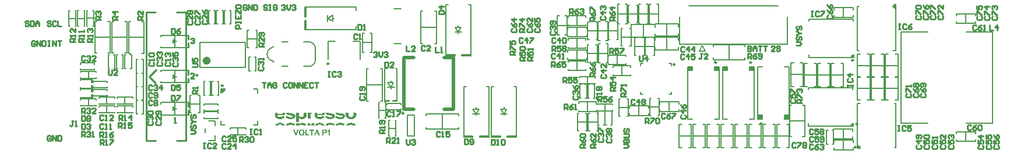
<source format=gbr>
%TF.GenerationSoftware,Altium Limited,Altium Designer,19.0.15 (446)*%
G04 Layer_Color=16777215*
%FSLAX26Y26*%
%MOIN*%
%TF.FileFunction,Legend,Top*%
%TF.Part,Single*%
G01*
G75*
%TA.AperFunction,NonConductor*%
%ADD89C,0.009842*%
%ADD90C,0.007874*%
%ADD91C,0.023622*%
%ADD92C,0.003937*%
%ADD93C,0.005000*%
%ADD94C,0.005906*%
%ADD95C,0.019685*%
%ADD96C,0.010000*%
%ADD97R,0.026575X0.021654*%
G36*
X5397236Y1219173D02*
X5393299D01*
X5381488Y1230984D01*
Y1234921D01*
X5397236Y1234921D01*
Y1219173D01*
D02*
G37*
G36*
X5156921Y938764D02*
X5141173D01*
Y942701D01*
X5152984Y954512D01*
X5156921D01*
X5156921Y938764D01*
D02*
G37*
G36*
X1555386Y742614D02*
X1537669Y736709D01*
Y760331D01*
X1561291D01*
X1555386Y742614D01*
D02*
G37*
G36*
X2130671Y620848D02*
Y619902D01*
Y618957D01*
Y618011D01*
Y617065D01*
X2131617D01*
Y616119D01*
Y615173D01*
Y614227D01*
Y613282D01*
Y612336D01*
Y611390D01*
Y610444D01*
Y609498D01*
Y608552D01*
X2087162D01*
Y607606D01*
X2088108D01*
Y606661D01*
Y605715D01*
Y604769D01*
X2089054D01*
Y603823D01*
Y602877D01*
X2090000D01*
Y601931D01*
Y600986D01*
X2090946D01*
Y600040D01*
X2092838D01*
Y599094D01*
X2093783D01*
Y598148D01*
X2096621D01*
Y597202D01*
X2109863D01*
Y598148D01*
X2111754D01*
Y599094D01*
X2113646D01*
Y600040D01*
X2114592D01*
Y600986D01*
X2116484D01*
Y601931D01*
X2117429D01*
Y602877D01*
Y603823D01*
X2119321D01*
Y602877D01*
X2121213D01*
Y601931D01*
X2123104D01*
Y600986D01*
X2125942D01*
Y600040D01*
X2127834D01*
Y599094D01*
X2129725D01*
Y598148D01*
Y597202D01*
X2128780D01*
Y596256D01*
X2127834D01*
Y595311D01*
X2126888D01*
Y594365D01*
X2125942D01*
Y593419D01*
X2124996D01*
Y592473D01*
X2124050D01*
Y591527D01*
X2122159D01*
Y590581D01*
X2120267D01*
Y589635D01*
X2119321D01*
Y588689D01*
X2116484D01*
Y587744D01*
X2113646D01*
Y586798D01*
X2108917D01*
Y585852D01*
X2095675D01*
Y586798D01*
X2091892D01*
Y587744D01*
X2088108D01*
Y588689D01*
X2086216D01*
Y589635D01*
X2084325D01*
Y590581D01*
X2082433D01*
Y591527D01*
X2081487D01*
Y592473D01*
X2080541D01*
Y593419D01*
X2078650D01*
Y594365D01*
X2077704D01*
Y595311D01*
Y596256D01*
X2076758D01*
Y597202D01*
X2075812D01*
Y598148D01*
X2074866D01*
Y599094D01*
Y600040D01*
X2073921D01*
Y600986D01*
Y601931D01*
Y602877D01*
X2072975D01*
Y603823D01*
Y604769D01*
Y605715D01*
X2072029D01*
Y606661D01*
Y607606D01*
Y608552D01*
Y609498D01*
Y610444D01*
Y611390D01*
Y612336D01*
Y613282D01*
Y614227D01*
Y615173D01*
Y616119D01*
Y617065D01*
Y618011D01*
X2072975D01*
Y618957D01*
Y619902D01*
Y620848D01*
X2073921D01*
Y621794D01*
X2088108D01*
Y620848D01*
Y619902D01*
Y618957D01*
X2087162D01*
Y618011D01*
Y617065D01*
X2115538D01*
Y618011D01*
Y618957D01*
Y619902D01*
Y620848D01*
X2114592D01*
Y621794D01*
X2130671D01*
Y620848D01*
D02*
G37*
G36*
X1902723D02*
X1903668D01*
Y619902D01*
Y618957D01*
Y618011D01*
Y617065D01*
X1904614D01*
Y616119D01*
Y615173D01*
Y614227D01*
Y613282D01*
Y612336D01*
Y611390D01*
Y610444D01*
Y609498D01*
Y608552D01*
X1860160D01*
Y607606D01*
X1861105D01*
Y606661D01*
Y605715D01*
Y604769D01*
Y603823D01*
X1862051D01*
Y602877D01*
X1862997D01*
Y601931D01*
Y600986D01*
X1863943D01*
Y600040D01*
X1865835D01*
Y599094D01*
X1866781D01*
Y598148D01*
X1869618D01*
Y597202D01*
X1882860D01*
Y598148D01*
X1884752D01*
Y599094D01*
X1886643D01*
Y600040D01*
X1887589D01*
Y600986D01*
X1889481D01*
Y601931D01*
X1890427D01*
Y602877D01*
Y603823D01*
X1892318D01*
Y602877D01*
X1894210D01*
Y601931D01*
X1896102D01*
Y600986D01*
X1897993D01*
Y600040D01*
X1900831D01*
Y599094D01*
X1902723D01*
Y598148D01*
Y597202D01*
X1901777D01*
Y596256D01*
X1900831D01*
Y595311D01*
X1899885D01*
Y594365D01*
X1898939D01*
Y593419D01*
X1897993D01*
Y592473D01*
X1897048D01*
Y591527D01*
X1895156D01*
Y590581D01*
X1893264D01*
Y589635D01*
X1892318D01*
Y588689D01*
X1889481D01*
Y587744D01*
X1886643D01*
Y586798D01*
X1881914D01*
Y585852D01*
X1868672D01*
Y586798D01*
X1863943D01*
Y587744D01*
X1861105D01*
Y588689D01*
X1859214D01*
Y589635D01*
X1857322D01*
Y590581D01*
X1855430D01*
Y591527D01*
X1854485D01*
Y592473D01*
X1853539D01*
Y593419D01*
X1851647D01*
Y594365D01*
X1850701D01*
Y595311D01*
Y596256D01*
X1849755D01*
Y597202D01*
X1848810D01*
Y598148D01*
X1847864D01*
Y599094D01*
Y600040D01*
X1846918D01*
Y600986D01*
Y601931D01*
Y602877D01*
X1845972D01*
Y603823D01*
Y604769D01*
Y605715D01*
Y606661D01*
Y607606D01*
Y608552D01*
Y609498D01*
Y610444D01*
Y611390D01*
Y612336D01*
Y613282D01*
Y614227D01*
Y615173D01*
Y616119D01*
Y617065D01*
Y618011D01*
Y618957D01*
Y619902D01*
Y620848D01*
Y621794D01*
X1861105D01*
Y620848D01*
Y619902D01*
Y618957D01*
X1860160D01*
Y618011D01*
Y617065D01*
X1888535D01*
Y618011D01*
Y618957D01*
Y619902D01*
Y620848D01*
X1887589D01*
Y621794D01*
X1902723D01*
Y620848D01*
D02*
G37*
G36*
X2310382D02*
X2311327D01*
Y619902D01*
Y618957D01*
Y618011D01*
Y617065D01*
Y616119D01*
X2312273D01*
Y615173D01*
Y614227D01*
Y613282D01*
Y612336D01*
Y611390D01*
Y610444D01*
Y609498D01*
Y608552D01*
X2311327D01*
Y607606D01*
Y606661D01*
Y605715D01*
Y604769D01*
Y603823D01*
X2310382D01*
Y602877D01*
Y601931D01*
X2309436D01*
Y600986D01*
Y600040D01*
X2308490D01*
Y599094D01*
Y598148D01*
X2307544D01*
Y597202D01*
X2306598D01*
Y596256D01*
Y595311D01*
X2305653D01*
Y594365D01*
X2304707D01*
Y593419D01*
X2303761D01*
Y592473D01*
X2301869D01*
Y591527D01*
X2300923D01*
Y590581D01*
X2299032D01*
Y589635D01*
X2297140D01*
Y588689D01*
X2295248D01*
Y587744D01*
X2292411D01*
Y586798D01*
X2287681D01*
Y585852D01*
X2274440D01*
Y586798D01*
X2270656D01*
Y587744D01*
X2266873D01*
Y588689D01*
X2264981D01*
Y589635D01*
X2263090D01*
Y590581D01*
X2261198D01*
Y591527D01*
X2260252D01*
Y592473D01*
X2258360D01*
Y593419D01*
X2257414D01*
Y594365D01*
X2256468D01*
Y595311D01*
X2255523D01*
Y596256D01*
Y597202D01*
X2254577D01*
Y598148D01*
X2253631D01*
Y599094D01*
Y600040D01*
X2252685D01*
Y600986D01*
Y601931D01*
X2251739D01*
Y602877D01*
Y603823D01*
X2250794D01*
Y604769D01*
Y605715D01*
Y606661D01*
Y607606D01*
Y608552D01*
X2249848D01*
Y609498D01*
Y610444D01*
Y611390D01*
Y612336D01*
Y613282D01*
Y614227D01*
Y615173D01*
Y616119D01*
X2250794D01*
Y617065D01*
Y618011D01*
Y618957D01*
Y619902D01*
X2251739D01*
Y620848D01*
Y621794D01*
X2268765D01*
Y620848D01*
X2267819D01*
Y619902D01*
Y618957D01*
Y618011D01*
Y617065D01*
X2266873D01*
Y616119D01*
Y615173D01*
Y614227D01*
Y613282D01*
Y612336D01*
Y611390D01*
Y610444D01*
Y609498D01*
Y608552D01*
Y607606D01*
X2267819D01*
Y606661D01*
Y605715D01*
Y604769D01*
Y603823D01*
X2268765D01*
Y602877D01*
X2269710D01*
Y601931D01*
Y600986D01*
X2270656D01*
Y600040D01*
X2271602D01*
Y599094D01*
X2273494D01*
Y598148D01*
X2274440D01*
Y597202D01*
X2279169D01*
Y596256D01*
X2282952D01*
Y597202D01*
X2287681D01*
Y598148D01*
X2289573D01*
Y599094D01*
X2290519D01*
Y600040D01*
X2291465D01*
Y600986D01*
X2292411D01*
Y601931D01*
X2293356D01*
Y602877D01*
Y603823D01*
X2294302D01*
Y604769D01*
Y605715D01*
Y606661D01*
Y607606D01*
X2295248D01*
Y608552D01*
Y609498D01*
Y610444D01*
Y611390D01*
Y612336D01*
Y613282D01*
Y614227D01*
Y615173D01*
Y616119D01*
Y617065D01*
X2294302D01*
Y618011D01*
Y618957D01*
Y619902D01*
Y620848D01*
X2293356D01*
Y621794D01*
X2310382D01*
Y620848D01*
D02*
G37*
G36*
X2209176D02*
X2210122D01*
Y619902D01*
X2212960D01*
Y618957D01*
X2220526D01*
Y618011D01*
X2229039D01*
Y617065D01*
X2234714D01*
Y616119D01*
X2237552D01*
Y615173D01*
X2239443D01*
Y614227D01*
X2241335D01*
Y613282D01*
X2242281D01*
Y612336D01*
X2243227D01*
Y611390D01*
X2244173D01*
Y610444D01*
X2245118D01*
Y609498D01*
Y608552D01*
X2246064D01*
Y607606D01*
Y606661D01*
Y605715D01*
X2247010D01*
Y604769D01*
Y603823D01*
Y602877D01*
Y601931D01*
Y600986D01*
Y600040D01*
X2246064D01*
Y599094D01*
Y598148D01*
Y597202D01*
X2245118D01*
Y596256D01*
Y595311D01*
X2244173D01*
Y594365D01*
Y593419D01*
X2243227D01*
Y592473D01*
X2242281D01*
Y591527D01*
X2241335D01*
Y590581D01*
X2239443D01*
Y589635D01*
X2237552D01*
Y588689D01*
X2235660D01*
Y587744D01*
X2232822D01*
Y586798D01*
X2228093D01*
Y585852D01*
X2213905D01*
Y586798D01*
X2208230D01*
Y587744D01*
X2204447D01*
Y588689D01*
X2202555D01*
Y589635D01*
X2199718D01*
Y590581D01*
X2197826D01*
Y591527D01*
X2196880D01*
Y592473D01*
X2194989D01*
Y593419D01*
X2194043D01*
Y594365D01*
X2193097D01*
Y595311D01*
X2192151D01*
Y596256D01*
X2191205D01*
Y597202D01*
X2192151D01*
Y598148D01*
X2193097D01*
Y599094D01*
X2194043D01*
Y600040D01*
X2194989D01*
Y600986D01*
X2195934D01*
Y601931D01*
X2197826D01*
Y602877D01*
X2198772D01*
Y603823D01*
X2199718D01*
Y602877D01*
X2200664D01*
Y601931D01*
X2202555D01*
Y600986D01*
X2203501D01*
Y600040D01*
X2205393D01*
Y599094D01*
X2207285D01*
Y598148D01*
X2210122D01*
Y597202D01*
X2213905D01*
Y596256D01*
X2228093D01*
Y597202D01*
X2229985D01*
Y598148D01*
X2231877D01*
Y599094D01*
Y600040D01*
Y600986D01*
Y601931D01*
Y602877D01*
Y603823D01*
X2230931D01*
Y604769D01*
X2229039D01*
Y605715D01*
X2224310D01*
Y606661D01*
X2216743D01*
Y607606D01*
X2209176D01*
Y608552D01*
X2205393D01*
Y609498D01*
X2202555D01*
Y610444D01*
X2200664D01*
Y611390D01*
X2198772D01*
Y612336D01*
X2197826D01*
Y613282D01*
X2196880D01*
Y614227D01*
X2195934D01*
Y615173D01*
X2194989D01*
Y616119D01*
Y617065D01*
X2194043D01*
Y618011D01*
Y618957D01*
Y619902D01*
Y620848D01*
Y621794D01*
X2209176D01*
Y620848D01*
D02*
G37*
G36*
X2151480D02*
X2152426D01*
Y619902D01*
X2155263D01*
Y618957D01*
X2162830D01*
Y618011D01*
X2171343D01*
Y617065D01*
X2177018D01*
Y616119D01*
X2179855D01*
Y615173D01*
X2181747D01*
Y614227D01*
X2183639D01*
Y613282D01*
X2184584D01*
Y612336D01*
X2185530D01*
Y611390D01*
X2186476D01*
Y610444D01*
X2187422D01*
Y609498D01*
Y608552D01*
X2188368D01*
Y607606D01*
Y606661D01*
Y605715D01*
Y604769D01*
X2189314D01*
Y603823D01*
Y602877D01*
Y601931D01*
Y600986D01*
X2188368D01*
Y600040D01*
Y599094D01*
Y598148D01*
Y597202D01*
X2187422D01*
Y596256D01*
Y595311D01*
X2186476D01*
Y594365D01*
Y593419D01*
X2185530D01*
Y592473D01*
X2184584D01*
Y591527D01*
X2182693D01*
Y590581D01*
X2181747D01*
Y589635D01*
X2179855D01*
Y588689D01*
X2177963D01*
Y587744D01*
X2175126D01*
Y586798D01*
X2170397D01*
Y585852D01*
X2156209D01*
Y586798D01*
X2150534D01*
Y587744D01*
X2146751D01*
Y588689D01*
X2143913D01*
Y589635D01*
X2142021D01*
Y590581D01*
X2140130D01*
Y591527D01*
X2139184D01*
Y592473D01*
X2137292D01*
Y593419D01*
X2136346D01*
Y594365D01*
X2135400D01*
Y595311D01*
X2134455D01*
Y596256D01*
X2133509D01*
Y597202D01*
X2134455D01*
Y598148D01*
X2135400D01*
Y599094D01*
X2136346D01*
Y600040D01*
X2137292D01*
Y600986D01*
X2138238D01*
Y601931D01*
X2140130D01*
Y602877D01*
X2141075D01*
Y603823D01*
X2142021D01*
Y602877D01*
X2142967D01*
Y601931D01*
X2143913D01*
Y600986D01*
X2145805D01*
Y600040D01*
X2147696D01*
Y599094D01*
X2149588D01*
Y598148D01*
X2152426D01*
Y597202D01*
X2156209D01*
Y596256D01*
X2169451D01*
Y597202D01*
X2172288D01*
Y598148D01*
X2173234D01*
Y599094D01*
X2174180D01*
Y600040D01*
Y600986D01*
Y601931D01*
Y602877D01*
Y603823D01*
X2173234D01*
Y604769D01*
X2171343D01*
Y605715D01*
X2166613D01*
Y606661D01*
X2159047D01*
Y607606D01*
X2151480D01*
Y608552D01*
X2147696D01*
Y609498D01*
X2144859D01*
Y610444D01*
X2142967D01*
Y611390D01*
X2141075D01*
Y612336D01*
X2140130D01*
Y613282D01*
X2139184D01*
Y614227D01*
X2138238D01*
Y615173D01*
X2137292D01*
Y616119D01*
Y617065D01*
X2136346D01*
Y618011D01*
Y618957D01*
Y619902D01*
Y620848D01*
X2135400D01*
Y621794D01*
X2151480D01*
Y620848D01*
D02*
G37*
G36*
X2026628D02*
Y619902D01*
Y618957D01*
Y618011D01*
X2027574D01*
Y617065D01*
Y616119D01*
Y615173D01*
Y614227D01*
Y613282D01*
Y612336D01*
Y611390D01*
Y610444D01*
Y609498D01*
Y608552D01*
Y607606D01*
Y606661D01*
X2026628D01*
Y605715D01*
Y604769D01*
Y603823D01*
Y602877D01*
X2025682D01*
Y601931D01*
Y600986D01*
Y600040D01*
X2024737D01*
Y599094D01*
Y598148D01*
X2023791D01*
Y597202D01*
X2022845D01*
Y596256D01*
Y595311D01*
X2021899D01*
Y594365D01*
X2020953D01*
Y593419D01*
X2020007D01*
Y592473D01*
X2019062D01*
Y591527D01*
X2018116D01*
Y590581D01*
X2017170D01*
Y589635D01*
X2015278D01*
Y588689D01*
X2013387D01*
Y587744D01*
X2010549D01*
Y586798D01*
X2007711D01*
Y585852D01*
X1997307D01*
Y586798D01*
X1993524D01*
Y587744D01*
X1991632D01*
Y588689D01*
X1989740D01*
Y589635D01*
X1987849D01*
Y590581D01*
X1986903D01*
Y591527D01*
X1985957D01*
Y592473D01*
X1985011D01*
Y593419D01*
X1984065D01*
Y594365D01*
X1983120D01*
Y593419D01*
Y592473D01*
Y591527D01*
Y590581D01*
Y589635D01*
Y588689D01*
Y587744D01*
Y586798D01*
Y585852D01*
Y584906D01*
Y583960D01*
Y583014D01*
Y582069D01*
Y581123D01*
Y580177D01*
Y579231D01*
Y578285D01*
Y577339D01*
Y576394D01*
Y575448D01*
Y574502D01*
Y573556D01*
Y572610D01*
Y571664D01*
Y570718D01*
Y569773D01*
Y568827D01*
Y567881D01*
X1966094D01*
Y568827D01*
Y569773D01*
Y570718D01*
Y571664D01*
Y572610D01*
Y573556D01*
Y574502D01*
Y575448D01*
Y576394D01*
Y577339D01*
Y578285D01*
Y579231D01*
Y580177D01*
Y581123D01*
Y582069D01*
Y583014D01*
Y583960D01*
Y584906D01*
Y585852D01*
Y586798D01*
Y587744D01*
Y588689D01*
Y589635D01*
Y590581D01*
Y591527D01*
Y592473D01*
Y593419D01*
Y594365D01*
Y595311D01*
Y596256D01*
Y597202D01*
Y598148D01*
Y599094D01*
Y600040D01*
Y600986D01*
Y601931D01*
Y602877D01*
Y603823D01*
Y604769D01*
Y605715D01*
Y606661D01*
Y607606D01*
Y608552D01*
Y609498D01*
Y610444D01*
Y611390D01*
Y612336D01*
Y613282D01*
Y614227D01*
Y615173D01*
Y616119D01*
Y617065D01*
Y618011D01*
Y618957D01*
Y619902D01*
Y620848D01*
Y621794D01*
X1984065D01*
Y620848D01*
Y619902D01*
X1983120D01*
Y618957D01*
Y618011D01*
Y617065D01*
X1982174D01*
Y616119D01*
Y615173D01*
Y614227D01*
Y613282D01*
Y612336D01*
Y611390D01*
Y610444D01*
Y609498D01*
Y608552D01*
Y607606D01*
X1983120D01*
Y606661D01*
Y605715D01*
Y604769D01*
X1984065D01*
Y603823D01*
Y602877D01*
X1985011D01*
Y601931D01*
Y600986D01*
X1985957D01*
Y600040D01*
X1986903D01*
Y599094D01*
X1988794D01*
Y598148D01*
X1990686D01*
Y597202D01*
X1995416D01*
Y596256D01*
X1997307D01*
Y597202D01*
X2002036D01*
Y598148D01*
X2003928D01*
Y599094D01*
X2005820D01*
Y600040D01*
X2006765D01*
Y600986D01*
X2007711D01*
Y601931D01*
Y602877D01*
X2008657D01*
Y603823D01*
Y604769D01*
X2009603D01*
Y605715D01*
Y606661D01*
Y607606D01*
X2010549D01*
Y608552D01*
Y609498D01*
Y610444D01*
Y611390D01*
Y612336D01*
Y613282D01*
Y614227D01*
Y615173D01*
Y616119D01*
Y617065D01*
X2009603D01*
Y618011D01*
Y618957D01*
Y619902D01*
X2008657D01*
Y620848D01*
Y621794D01*
X2026628D01*
Y620848D01*
D02*
G37*
G36*
X1924477D02*
X1925423D01*
Y619902D01*
X1929206D01*
Y618957D01*
X1936773D01*
Y618011D01*
X1945286D01*
Y617065D01*
X1950015D01*
Y616119D01*
X1952852D01*
Y615173D01*
X1954744D01*
Y614227D01*
X1956636D01*
Y613282D01*
X1958527D01*
Y612336D01*
X1959473D01*
Y611390D01*
Y610444D01*
X1960419D01*
Y609498D01*
X1961365D01*
Y608552D01*
Y607606D01*
Y606661D01*
X1962311D01*
Y605715D01*
Y604769D01*
Y603823D01*
Y602877D01*
Y601931D01*
Y600986D01*
Y600040D01*
Y599094D01*
Y598148D01*
X1961365D01*
Y597202D01*
Y596256D01*
X1960419D01*
Y595311D01*
Y594365D01*
X1959473D01*
Y593419D01*
X1958527D01*
Y592473D01*
X1957582D01*
Y591527D01*
X1956636D01*
Y590581D01*
X1954744D01*
Y589635D01*
X1953798D01*
Y588689D01*
X1950961D01*
Y587744D01*
X1948123D01*
Y586798D01*
X1943394D01*
Y585852D01*
X1929206D01*
Y586798D01*
X1923531D01*
Y587744D01*
X1920694D01*
Y588689D01*
X1917856D01*
Y589635D01*
X1915965D01*
Y590581D01*
X1914073D01*
Y591527D01*
X1912181D01*
Y592473D01*
X1911235D01*
Y593419D01*
X1910289D01*
Y594365D01*
X1908398D01*
Y595311D01*
X1907452D01*
Y596256D01*
X1906506D01*
Y597202D01*
X1907452D01*
Y598148D01*
X1908398D01*
Y599094D01*
X1909344D01*
Y600040D01*
X1911235D01*
Y600986D01*
X1912181D01*
Y601931D01*
X1913127D01*
Y602877D01*
X1914073D01*
Y603823D01*
X1915965D01*
Y602877D01*
X1916910D01*
Y601931D01*
X1917856D01*
Y600986D01*
X1918802D01*
Y600040D01*
X1920694D01*
Y599094D01*
X1922585D01*
Y598148D01*
X1925423D01*
Y597202D01*
X1930152D01*
Y596256D01*
X1943394D01*
Y597202D01*
X1946232D01*
Y598148D01*
X1947177D01*
Y599094D01*
X1948123D01*
Y600040D01*
Y600986D01*
Y601931D01*
Y602877D01*
Y603823D01*
X1947177D01*
Y604769D01*
X1945286D01*
Y605715D01*
X1940556D01*
Y606661D01*
X1932044D01*
Y607606D01*
X1925423D01*
Y608552D01*
X1920694D01*
Y609498D01*
X1918802D01*
Y610444D01*
X1915965D01*
Y611390D01*
X1915019D01*
Y612336D01*
X1913127D01*
Y613282D01*
X1912181D01*
Y614227D01*
Y615173D01*
X1911235D01*
Y616119D01*
X1910289D01*
Y617065D01*
Y618011D01*
Y618957D01*
X1909344D01*
Y619902D01*
Y620848D01*
Y621794D01*
X1924477D01*
Y620848D01*
D02*
G37*
G36*
X2056895D02*
X2055950D01*
Y619902D01*
X2054058D01*
Y618957D01*
Y618011D01*
X2053112D01*
Y617065D01*
X2052166D01*
Y616119D01*
Y615173D01*
X2051220D01*
Y614227D01*
Y613282D01*
Y612336D01*
Y611390D01*
X2050274D01*
Y610444D01*
Y609498D01*
Y608552D01*
Y607606D01*
Y606661D01*
Y605715D01*
Y604769D01*
Y603823D01*
Y602877D01*
Y601931D01*
Y600986D01*
Y600040D01*
Y599094D01*
Y598148D01*
Y597202D01*
Y596256D01*
Y595311D01*
Y594365D01*
Y593419D01*
Y592473D01*
Y591527D01*
Y590581D01*
Y589635D01*
Y588689D01*
Y587744D01*
X2034195D01*
Y588689D01*
Y589635D01*
Y590581D01*
Y591527D01*
Y592473D01*
Y593419D01*
Y594365D01*
Y595311D01*
Y596256D01*
Y597202D01*
Y598148D01*
Y599094D01*
Y600040D01*
Y600986D01*
Y601931D01*
Y602877D01*
Y603823D01*
Y604769D01*
Y605715D01*
Y606661D01*
Y607606D01*
Y608552D01*
Y609498D01*
Y610444D01*
Y611390D01*
Y612336D01*
Y613282D01*
Y614227D01*
Y615173D01*
Y616119D01*
Y617065D01*
Y618011D01*
Y618957D01*
Y619902D01*
Y620848D01*
Y621794D01*
X2056895D01*
Y620848D01*
D02*
G37*
G36*
X2006765Y563152D02*
X2011495D01*
Y562206D01*
X2013387D01*
Y561260D01*
X2015278D01*
Y560314D01*
X2017170D01*
Y559368D01*
X2018116D01*
Y558423D01*
X2019062D01*
Y557477D01*
X2020007D01*
Y556531D01*
X2020953D01*
Y555585D01*
X2021899D01*
Y554639D01*
X2022845D01*
Y553693D01*
X2023791D01*
Y552747D01*
Y551802D01*
X2024737D01*
Y550856D01*
Y549910D01*
X2025682D01*
Y548964D01*
Y548018D01*
Y547072D01*
X2007711D01*
Y548018D01*
Y548964D01*
X2006765D01*
Y549910D01*
X2005820D01*
Y550856D01*
X2003928D01*
Y551802D01*
X2002036D01*
Y552747D01*
X1990686D01*
Y551802D01*
X1988794D01*
Y550856D01*
X1986903D01*
Y549910D01*
X1985957D01*
Y548964D01*
X1985011D01*
Y548018D01*
Y547072D01*
X1966094D01*
Y548018D01*
Y548964D01*
Y549910D01*
Y550856D01*
Y551802D01*
Y552747D01*
Y553693D01*
Y554639D01*
Y555585D01*
Y556531D01*
Y557477D01*
Y558423D01*
Y559368D01*
Y560314D01*
Y561260D01*
Y562206D01*
X1982174D01*
Y561260D01*
Y560314D01*
Y559368D01*
Y558423D01*
Y557477D01*
Y556531D01*
Y555585D01*
Y554639D01*
Y553693D01*
X1983120D01*
Y554639D01*
X1984065D01*
Y555585D01*
X1985011D01*
Y556531D01*
Y557477D01*
X1985957D01*
Y558423D01*
X1987849D01*
Y559368D01*
X1988794D01*
Y560314D01*
X1990686D01*
Y561260D01*
X1992578D01*
Y562206D01*
X1994470D01*
Y563152D01*
X1999199D01*
Y564097D01*
X2006765D01*
Y563152D01*
D02*
G37*
G36*
X2071083D02*
Y562206D01*
Y561260D01*
Y560314D01*
Y559368D01*
Y558423D01*
Y557477D01*
Y556531D01*
Y555585D01*
Y554639D01*
Y553693D01*
Y552747D01*
Y551802D01*
Y550856D01*
Y549910D01*
Y548964D01*
X2061625D01*
Y548018D01*
X2058787D01*
Y547072D01*
X2034195D01*
Y548018D01*
Y548964D01*
Y549910D01*
Y550856D01*
Y551802D01*
Y552747D01*
Y553693D01*
Y554639D01*
Y555585D01*
Y556531D01*
Y557477D01*
Y558423D01*
Y559368D01*
Y560314D01*
Y561260D01*
Y562206D01*
X2048383D01*
Y561260D01*
Y560314D01*
Y559368D01*
Y558423D01*
Y557477D01*
Y556531D01*
Y555585D01*
Y554639D01*
Y553693D01*
Y552747D01*
Y551802D01*
Y550856D01*
Y549910D01*
Y548964D01*
X2050274D01*
Y549910D01*
Y550856D01*
Y551802D01*
X2051220D01*
Y552747D01*
Y553693D01*
X2052166D01*
Y554639D01*
Y555585D01*
X2053112D01*
Y556531D01*
X2054058D01*
Y557477D01*
X2055004D01*
Y558423D01*
X2055950D01*
Y559368D01*
X2056895D01*
Y560314D01*
X2057841D01*
Y561260D01*
X2059733D01*
Y562206D01*
X2062570D01*
Y563152D01*
X2067300D01*
Y564097D01*
X2071083D01*
Y563152D01*
D02*
G37*
G36*
X2225256D02*
X2230931D01*
Y562206D01*
X2234714D01*
Y561260D01*
X2237552D01*
Y560314D01*
X2239443D01*
Y559368D01*
X2241335D01*
Y558423D01*
X2243227D01*
Y557477D01*
X2244173D01*
Y556531D01*
X2245118D01*
Y555585D01*
X2246064D01*
Y554639D01*
X2245118D01*
Y553693D01*
X2244173D01*
Y552747D01*
X2243227D01*
Y551802D01*
X2242281D01*
Y550856D01*
X2241335D01*
Y549910D01*
X2240389D01*
Y548964D01*
X2239443D01*
Y548018D01*
X2238497D01*
Y548964D01*
X2236606D01*
Y549910D01*
X2234714D01*
Y550856D01*
X2232822D01*
Y551802D01*
X2229985D01*
Y552747D01*
X2226202D01*
Y553693D01*
X2212014D01*
Y552747D01*
X2209176D01*
Y551802D01*
X2208230D01*
Y550856D01*
Y549910D01*
Y548964D01*
Y548018D01*
Y547072D01*
X2193097D01*
Y548018D01*
Y548964D01*
X2194043D01*
Y549910D01*
Y550856D01*
Y551802D01*
Y552747D01*
X2194989D01*
Y553693D01*
Y554639D01*
X2195934D01*
Y555585D01*
Y556531D01*
X2196880D01*
Y557477D01*
X2197826D01*
Y558423D01*
X2198772D01*
Y559368D01*
X2200664D01*
Y560314D01*
X2202555D01*
Y561260D01*
X2204447D01*
Y562206D01*
X2208230D01*
Y563152D01*
X2213905D01*
Y564097D01*
X2225256D01*
Y563152D01*
D02*
G37*
G36*
X2167559D02*
X2173234D01*
Y562206D01*
X2177018D01*
Y561260D01*
X2179855D01*
Y560314D01*
X2181747D01*
Y559368D01*
X2183639D01*
Y558423D01*
X2184584D01*
Y557477D01*
X2186476D01*
Y556531D01*
X2187422D01*
Y555585D01*
X2188368D01*
Y554639D01*
X2187422D01*
Y553693D01*
X2186476D01*
Y552747D01*
X2185530D01*
Y551802D01*
X2184584D01*
Y550856D01*
X2183639D01*
Y549910D01*
X2182693D01*
Y548964D01*
X2181747D01*
Y548018D01*
X2179855D01*
Y548964D01*
X2178909D01*
Y549910D01*
X2177018D01*
Y550856D01*
X2175126D01*
Y551802D01*
X2172288D01*
Y552747D01*
X2168505D01*
Y553693D01*
X2154317D01*
Y552747D01*
X2151480D01*
Y551802D01*
X2150534D01*
Y550856D01*
Y549910D01*
Y548964D01*
Y548018D01*
Y547072D01*
X2135400D01*
Y548018D01*
Y548964D01*
Y549910D01*
X2136346D01*
Y550856D01*
Y551802D01*
Y552747D01*
Y553693D01*
X2137292D01*
Y554639D01*
X2138238D01*
Y555585D01*
Y556531D01*
X2139184D01*
Y557477D01*
X2140130D01*
Y558423D01*
X2141075D01*
Y559368D01*
X2142967D01*
Y560314D01*
X2144859D01*
Y561260D01*
X2146751D01*
Y562206D01*
X2150534D01*
Y563152D01*
X2155263D01*
Y564097D01*
X2167559D01*
Y563152D01*
D02*
G37*
G36*
X1940556D02*
X1947177D01*
Y562206D01*
X1950961D01*
Y561260D01*
X1952852D01*
Y560314D01*
X1954744D01*
Y559368D01*
X1956636D01*
Y558423D01*
X1958527D01*
Y557477D01*
X1959473D01*
Y556531D01*
X1961365D01*
Y555585D01*
Y554639D01*
X1960419D01*
Y553693D01*
X1959473D01*
Y552747D01*
X1958527D01*
Y551802D01*
X1957582D01*
Y550856D01*
X1956636D01*
Y549910D01*
X1955690D01*
Y548964D01*
X1954744D01*
Y548018D01*
X1953798D01*
Y548964D01*
X1951907D01*
Y549910D01*
X1950961D01*
Y550856D01*
X1949069D01*
Y551802D01*
X1946232D01*
Y552747D01*
X1941502D01*
Y553693D01*
X1927315D01*
Y552747D01*
X1925423D01*
Y551802D01*
X1924477D01*
Y550856D01*
X1923531D01*
Y549910D01*
Y548964D01*
Y548018D01*
X1924477D01*
Y547072D01*
X1909344D01*
Y548018D01*
Y548964D01*
Y549910D01*
Y550856D01*
Y551802D01*
X1910289D01*
Y552747D01*
Y553693D01*
Y554639D01*
X1911235D01*
Y555585D01*
X1912181D01*
Y556531D01*
X1913127D01*
Y557477D01*
X1914073D01*
Y558423D01*
X1915019D01*
Y559368D01*
X1915965D01*
Y560314D01*
X1917856D01*
Y561260D01*
X1920694D01*
Y562206D01*
X1923531D01*
Y563152D01*
X1929206D01*
Y564097D01*
X1940556D01*
Y563152D01*
D02*
G37*
G36*
X2286736D02*
X2291465D01*
Y562206D01*
X2294302D01*
Y561260D01*
X2297140D01*
Y560314D01*
X2299032D01*
Y559368D01*
X2300923D01*
Y558423D01*
X2301869D01*
Y557477D01*
X2303761D01*
Y556531D01*
X2304707D01*
Y555585D01*
X2305653D01*
Y554639D01*
X2306598D01*
Y553693D01*
Y552747D01*
X2307544D01*
Y551802D01*
X2308490D01*
Y550856D01*
Y549910D01*
X2309436D01*
Y548964D01*
Y548018D01*
X2310382D01*
Y547072D01*
X2293356D01*
Y548018D01*
X2292411D01*
Y548964D01*
X2291465D01*
Y549910D01*
X2290519D01*
Y550856D01*
X2288627D01*
Y551802D01*
X2286736D01*
Y552747D01*
X2275385D01*
Y551802D01*
X2273494D01*
Y550856D01*
X2271602D01*
Y549910D01*
X2270656D01*
Y548964D01*
X2269710D01*
Y548018D01*
Y547072D01*
X2251739D01*
Y548018D01*
X2252685D01*
Y548964D01*
Y549910D01*
X2253631D01*
Y550856D01*
Y551802D01*
X2254577D01*
Y552747D01*
X2255523D01*
Y553693D01*
Y554639D01*
X2256468D01*
Y555585D01*
X2257414D01*
Y556531D01*
X2259306D01*
Y557477D01*
X2260252D01*
Y558423D01*
X2261198D01*
Y559368D01*
X2263090D01*
Y560314D01*
X2264981D01*
Y561260D01*
X2267819D01*
Y562206D01*
X2270656D01*
Y563152D01*
X2275385D01*
Y564097D01*
X2286736D01*
Y563152D01*
D02*
G37*
G36*
X2107025D02*
X2112700D01*
Y562206D01*
X2115538D01*
Y561260D01*
X2117429D01*
Y560314D01*
X2119321D01*
Y559368D01*
X2121213D01*
Y558423D01*
X2122159D01*
Y557477D01*
X2124050D01*
Y556531D01*
X2124996D01*
Y555585D01*
X2125942D01*
Y554639D01*
Y553693D01*
X2126888D01*
Y552747D01*
X2127834D01*
Y551802D01*
Y550856D01*
X2128780D01*
Y549910D01*
Y548964D01*
X2129725D01*
Y548018D01*
Y547072D01*
X2114592D01*
Y548018D01*
Y548964D01*
X2113646D01*
Y549910D01*
Y550856D01*
X2112700D01*
Y551802D01*
X2111754D01*
Y552747D01*
X2109863D01*
Y553693D01*
X2107025D01*
Y554639D01*
X2095675D01*
Y553693D01*
X2093783D01*
Y552747D01*
X2091892D01*
Y551802D01*
X2090946D01*
Y550856D01*
X2090000D01*
Y549910D01*
X2089054D01*
Y548964D01*
Y548018D01*
X2088108D01*
Y547072D01*
X2073921D01*
Y548018D01*
Y548964D01*
X2074866D01*
Y549910D01*
Y550856D01*
X2075812D01*
Y551802D01*
Y552747D01*
X2076758D01*
Y553693D01*
X2077704D01*
Y554639D01*
X2078650D01*
Y555585D01*
X2079596D01*
Y556531D01*
X2080541D01*
Y557477D01*
X2081487D01*
Y558423D01*
X2082433D01*
Y559368D01*
X2084325D01*
Y560314D01*
X2086216D01*
Y561260D01*
X2088108D01*
Y562206D01*
X2091892D01*
Y563152D01*
X2096621D01*
Y564097D01*
X2107025D01*
Y563152D01*
D02*
G37*
G36*
X1880022D02*
X1885697D01*
Y562206D01*
X1888535D01*
Y561260D01*
X1890427D01*
Y560314D01*
X1892318D01*
Y559368D01*
X1894210D01*
Y558423D01*
X1895156D01*
Y557477D01*
X1896102D01*
Y556531D01*
X1897993D01*
Y555585D01*
Y554639D01*
X1898939D01*
Y553693D01*
X1899885D01*
Y552747D01*
X1900831D01*
Y551802D01*
Y550856D01*
X1901777D01*
Y549910D01*
Y548964D01*
X1902723D01*
Y548018D01*
Y547072D01*
X1887589D01*
Y548018D01*
Y548964D01*
X1886643D01*
Y549910D01*
Y550856D01*
X1885697D01*
Y551802D01*
X1883806D01*
Y552747D01*
X1882860D01*
Y553693D01*
X1880022D01*
Y554639D01*
X1868672D01*
Y553693D01*
X1866781D01*
Y552747D01*
X1864889D01*
Y551802D01*
X1863943D01*
Y550856D01*
X1862997D01*
Y549910D01*
X1862051D01*
Y548964D01*
Y548018D01*
X1861105D01*
Y547072D01*
X1846918D01*
Y548018D01*
Y548964D01*
X1847864D01*
Y549910D01*
Y550856D01*
X1848810D01*
Y551802D01*
Y552747D01*
X1849755D01*
Y553693D01*
X1850701D01*
Y554639D01*
X1851647D01*
Y555585D01*
X1852593D01*
Y556531D01*
X1853539D01*
Y557477D01*
X1854485D01*
Y558423D01*
X1855430D01*
Y559368D01*
X1857322D01*
Y560314D01*
X1859214D01*
Y561260D01*
X1861105D01*
Y562206D01*
X1864889D01*
Y563152D01*
X1869618D01*
Y564097D01*
X1880022D01*
Y563152D01*
D02*
G37*
G36*
X5153921Y544764D02*
X5138173D01*
Y548701D01*
X5149984Y560512D01*
X5153921D01*
X5153921Y544764D01*
D02*
G37*
G36*
X5193512Y423016D02*
Y419079D01*
X5177764Y419079D01*
Y434827D01*
X5181701D01*
X5193512Y423016D01*
D02*
G37*
G36*
X1969981Y492000D02*
X1962433D01*
X1950945Y526077D01*
X1958215D01*
X1965374Y503045D01*
Y502989D01*
X1965430Y502933D01*
X1965486Y502767D01*
X1965541Y502545D01*
X1965707Y502046D01*
X1965874Y501380D01*
X1966096Y500658D01*
X1966228Y500087D01*
X1966263Y500214D01*
X1966429Y500935D01*
X1966707Y501768D01*
X1966984Y502767D01*
X1974143Y526077D01*
X1981469D01*
X1969981Y492000D01*
D02*
G37*
G36*
X2159070D02*
X2152298D01*
Y515865D01*
X2152188Y515698D01*
X2152077Y515476D01*
X2151910Y515255D01*
X2151577Y515033D01*
X2151189Y514811D01*
X2150633Y514588D01*
X2150578D01*
X2150356Y514477D01*
X2150023Y514422D01*
X2149635Y514311D01*
X2149135Y514200D01*
X2148580Y514144D01*
X2147359Y514034D01*
X2145361D01*
Y520139D01*
X2147248D01*
X2147470Y520194D01*
X2147914Y520250D01*
X2148414Y520305D01*
X2148968Y520471D01*
X2149635Y520693D01*
X2150245Y521027D01*
X2150911Y521415D01*
X2150966Y521471D01*
X2151189Y521637D01*
X2151466Y521970D01*
X2151854Y522359D01*
X2152243Y522913D01*
X2152687Y523635D01*
X2153075Y524467D01*
X2153409Y525411D01*
X2159070D01*
Y492000D01*
D02*
G37*
G36*
X2132318Y526021D02*
X2132651D01*
X2133539Y525910D01*
X2134483Y525744D01*
X2135593Y525522D01*
X2136648Y525245D01*
X2137702Y524801D01*
X2137758D01*
X2137813Y524745D01*
X2138146Y524578D01*
X2138646Y524245D01*
X2139256Y523857D01*
X2139977Y523357D01*
X2140699Y522692D01*
X2141365Y521970D01*
X2141976Y521082D01*
X2142031Y520971D01*
X2142198Y520638D01*
X2142475Y520139D01*
X2142753Y519472D01*
X2142974Y518696D01*
X2143252Y517752D01*
X2143419Y516697D01*
X2143474Y515532D01*
Y515476D01*
Y515310D01*
Y515033D01*
X2143419Y514699D01*
X2143363Y514311D01*
X2143307Y513812D01*
X2143086Y512702D01*
X2142697Y511425D01*
X2142419Y510815D01*
X2142086Y510149D01*
X2141698Y509483D01*
X2141309Y508872D01*
X2140755Y508262D01*
X2140200Y507707D01*
X2140144Y507651D01*
X2140033Y507596D01*
X2139867Y507429D01*
X2139589Y507262D01*
X2139256Y507041D01*
X2138867Y506818D01*
X2138423Y506541D01*
X2137869Y506264D01*
X2137258Y505986D01*
X2136592Y505709D01*
X2135870Y505486D01*
X2135093Y505264D01*
X2134206Y505098D01*
X2133318Y504932D01*
X2132318Y504876D01*
X2131320Y504820D01*
X2124771D01*
Y492000D01*
X2117778D01*
Y526077D01*
X2131985D01*
X2132318Y526021D01*
D02*
G37*
G36*
X2102071Y492000D02*
X2095023D01*
X2092026Y500714D01*
X2079816D01*
X2076818Y492000D01*
X2069825D01*
X2082258Y526077D01*
X2089584D01*
X2102071Y492000D01*
D02*
G37*
G36*
X2069492Y520250D02*
X2059447D01*
Y492000D01*
X2052398D01*
Y520250D01*
X2042353D01*
Y526077D01*
X2069492D01*
Y520250D01*
D02*
G37*
G36*
X2027312Y497883D02*
X2041798D01*
Y492000D01*
X2020320D01*
Y526077D01*
X2027312D01*
Y497883D01*
D02*
G37*
G36*
X1999951Y526854D02*
X2000395D01*
X2000895Y526798D01*
X2001449Y526743D01*
X2002060Y526632D01*
X2003392Y526355D01*
X2004835Y525966D01*
X2006278Y525411D01*
X2007721Y524689D01*
X2007776D01*
X2007888Y524578D01*
X2008054Y524467D01*
X2008332Y524301D01*
X2008997Y523802D01*
X2009774Y523080D01*
X2010718Y522247D01*
X2011606Y521138D01*
X2012550Y519917D01*
X2013326Y518473D01*
Y518418D01*
X2013438Y518307D01*
X2013493Y518085D01*
X2013659Y517752D01*
X2013771Y517364D01*
X2013937Y516919D01*
X2014159Y516420D01*
X2014325Y515809D01*
X2014492Y515144D01*
X2014714Y514422D01*
X2014880Y513645D01*
X2014992Y512812D01*
X2015214Y510981D01*
X2015324Y509038D01*
Y508983D01*
Y508817D01*
Y508539D01*
X2015269Y508151D01*
Y507651D01*
X2015214Y507096D01*
X2015158Y506486D01*
X2015102Y505820D01*
X2014825Y504377D01*
X2014492Y502767D01*
X2013993Y501158D01*
X2013326Y499603D01*
Y499548D01*
X2013216Y499437D01*
X2013104Y499215D01*
X2012938Y498938D01*
X2012772Y498604D01*
X2012494Y498216D01*
X2011883Y497328D01*
X2011051Y496329D01*
X2010108Y495274D01*
X2008942Y494276D01*
X2007666Y493387D01*
X2007610D01*
X2007499Y493276D01*
X2007277Y493166D01*
X2006999Y493055D01*
X2006667Y492888D01*
X2006278Y492721D01*
X2005778Y492500D01*
X2005224Y492333D01*
X2004613Y492111D01*
X2003947Y491889D01*
X2002504Y491556D01*
X2000895Y491334D01*
X1999119Y491223D01*
X1998675D01*
X1998286Y491279D01*
X1997898D01*
X1997398Y491334D01*
X1996843Y491389D01*
X1996233Y491500D01*
X1994900Y491778D01*
X1993457Y492111D01*
X1992014Y492666D01*
X1990572Y493387D01*
X1990516D01*
X1990405Y493498D01*
X1990238Y493610D01*
X1989961Y493776D01*
X1989295Y494331D01*
X1988518Y494997D01*
X1987574Y495885D01*
X1986631Y496995D01*
X1985743Y498216D01*
X1984910Y499659D01*
Y499714D01*
X1984855Y499825D01*
X1984744Y500048D01*
X1984633Y500380D01*
X1984466Y500769D01*
X1984300Y501213D01*
X1984133Y501768D01*
X1983967Y502378D01*
X1983745Y502989D01*
X1983579Y503711D01*
X1983301Y505320D01*
X1983079Y507096D01*
X1982968Y509038D01*
Y509094D01*
Y509260D01*
Y509594D01*
X1983024Y509926D01*
Y510426D01*
X1983079Y510981D01*
X1983134Y511591D01*
X1983190Y512258D01*
X1983467Y513756D01*
X1983801Y515310D01*
X1984245Y516919D01*
X1984910Y518473D01*
Y518529D01*
X1985022Y518640D01*
X1985132Y518862D01*
X1985299Y519139D01*
X1985466Y519472D01*
X1985743Y519861D01*
X1986353Y520749D01*
X1987186Y521748D01*
X1988130Y522803D01*
X1989295Y523802D01*
X1990572Y524689D01*
X1990627D01*
X1990738Y524801D01*
X1990960Y524912D01*
X1991237Y525023D01*
X1991571Y525189D01*
X1992014Y525411D01*
X1992458Y525577D01*
X1993014Y525799D01*
X1993624Y526021D01*
X1994290Y526188D01*
X1995733Y526577D01*
X1997342Y526798D01*
X1999119Y526909D01*
X1999618D01*
X1999951Y526854D01*
D02*
G37*
%LPC*%
G36*
X2130265Y520527D02*
X2124771D01*
Y510370D01*
X2130709D01*
X2131209Y510426D01*
X2131819Y510537D01*
X2132485Y510704D01*
X2133206Y510925D01*
X2133928Y511259D01*
X2134539Y511702D01*
X2134594Y511758D01*
X2134816Y511980D01*
X2135038Y512258D01*
X2135371Y512702D01*
X2135648Y513256D01*
X2135926Y513867D01*
X2136093Y514644D01*
X2136148Y515476D01*
Y515587D01*
Y515865D01*
X2136093Y516309D01*
X2135926Y516808D01*
X2135760Y517419D01*
X2135482Y518029D01*
X2135093Y518585D01*
X2134539Y519139D01*
X2134483Y519195D01*
X2134261Y519361D01*
X2133928Y519583D01*
X2133428Y519861D01*
X2132818Y520083D01*
X2132097Y520305D01*
X2131209Y520471D01*
X2130265Y520527D01*
D02*
G37*
G36*
X2085935Y518684D02*
X2085865Y518473D01*
X2085698Y517863D01*
X2085255Y516642D01*
X2081536Y506208D01*
X2090305D01*
X2086476Y516864D01*
Y516919D01*
X2086365Y517141D01*
X2086309Y517475D01*
X2086142Y517918D01*
X2086032Y518362D01*
X2085935Y518684D01*
D02*
G37*
G36*
X1999119Y521082D02*
X1998730D01*
X1998453Y521027D01*
X1998064Y520971D01*
X1997676Y520915D01*
X1996732Y520693D01*
X1995678Y520305D01*
X1995122Y520083D01*
X1994623Y519750D01*
X1994068Y519361D01*
X1993513Y518973D01*
X1993014Y518473D01*
X1992570Y517918D01*
Y517863D01*
X1992458Y517752D01*
X1992348Y517586D01*
X1992181Y517364D01*
X1992014Y517030D01*
X1991793Y516642D01*
X1991626Y516143D01*
X1991404Y515643D01*
X1991182Y515033D01*
X1990960Y514366D01*
X1990738Y513645D01*
X1990572Y512812D01*
X1990405Y511980D01*
X1990294Y511036D01*
X1990238Y510093D01*
X1990183Y509038D01*
Y508983D01*
Y508817D01*
Y508483D01*
X1990238Y508095D01*
Y507651D01*
X1990294Y507096D01*
X1990405Y506486D01*
X1990460Y505820D01*
X1990793Y504377D01*
X1991182Y502933D01*
X1991793Y501490D01*
X1992126Y500769D01*
X1992570Y500159D01*
X1992625Y500103D01*
X1992680Y500048D01*
X1992792Y499881D01*
X1993014Y499659D01*
X1993569Y499159D01*
X1994290Y498604D01*
X1995234Y497994D01*
X1996343Y497495D01*
X1996954Y497272D01*
X1997620Y497106D01*
X1998341Y497050D01*
X1999119Y496995D01*
X1999507D01*
X1999840Y497050D01*
X2000173Y497106D01*
X2000562Y497161D01*
X2001505Y497384D01*
X2002560Y497772D01*
X2003114Y498050D01*
X2003669Y498327D01*
X2004225Y498716D01*
X2004724Y499104D01*
X2005224Y499603D01*
X2005668Y500159D01*
X2005723Y500214D01*
X2005778Y500325D01*
X2005889Y500491D01*
X2006056Y500769D01*
X2006223Y501046D01*
X2006445Y501435D01*
X2006667Y501935D01*
X2006889Y502434D01*
X2007111Y503045D01*
X2007277Y503711D01*
X2007499Y504432D01*
X2007666Y505264D01*
X2007832Y506097D01*
X2007943Y507041D01*
X2008054Y507984D01*
Y509038D01*
Y509094D01*
Y509316D01*
Y509594D01*
X2007998Y509982D01*
Y510481D01*
X2007943Y511036D01*
X2007888Y511647D01*
X2007776Y512313D01*
X2007499Y513701D01*
X2007055Y515199D01*
X2006500Y516642D01*
X2006111Y517308D01*
X2005723Y517918D01*
Y517974D01*
X2005612Y518029D01*
X2005501Y518196D01*
X2005279Y518418D01*
X2004780Y518918D01*
X2004003Y519528D01*
X2003114Y520083D01*
X2001949Y520582D01*
X2001339Y520804D01*
X2000617Y520971D01*
X1999896Y521027D01*
X1999119Y521082D01*
D02*
G37*
%LPD*%
D89*
X2154402Y903114D02*
G03*
X2154402Y903114I-4921J0D01*
G01*
X1405000Y837872D02*
G03*
X1405000Y837872I-4921J0D01*
G01*
X4133921Y899000D02*
G03*
X4133921Y899000I-4921J0D01*
G01*
X2582921Y619000D02*
G03*
X2582921Y619000I-4921J0D01*
G01*
X5178528Y556575D02*
G03*
X5178528Y556575I-4921J0D01*
G01*
X4570803Y911102D02*
G03*
X4570803Y911102I-4921J0D01*
G01*
X5154906Y923000D02*
G03*
X5154906Y923000I-4921J0D01*
G01*
X5169921Y425000D02*
G03*
X5169921Y425000I-4921J0D01*
G01*
X4370803Y911197D02*
G03*
X4370803Y911197I-4921J0D01*
G01*
X4631039Y560803D02*
G03*
X4631039Y560803I-4921J0D01*
G01*
X5396921Y1239000D02*
G03*
X5396921Y1239000I-4921J0D01*
G01*
X1548921Y777000D02*
G03*
X1548921Y777000I-4921J0D01*
G01*
X1337976Y1198110D02*
X1337976Y461890D01*
X1281874D02*
X1337976D01*
X1108646D02*
X1164748D01*
X1108646D02*
Y1198110D01*
X1164748D01*
X1281874D02*
X1337976D01*
X1126362Y830000D02*
X1165732Y869370D01*
X1126362Y830000D02*
X1164748Y790630D01*
D90*
X1885380Y888794D02*
G03*
X1896693Y887134I11313J37710D01*
G01*
X2038425D02*
G03*
X2077795Y926504I0J39370D01*
G01*
X1817514Y990128D02*
G03*
X1817508Y925863I22320J-32135D01*
G01*
X1896693Y1028866D02*
G03*
X1885380Y1027206I0J-39370D01*
G01*
X2077795Y989496D02*
G03*
X2038425Y1028866I-39370J0D01*
G01*
X5153921Y560512D02*
G03*
X5138173Y544764I0J-15748D01*
G01*
X5156921Y954512D02*
G03*
X5141173Y938764I0J-15748D01*
G01*
X5193512Y419079D02*
G03*
X5177764Y434827I-15748J0D01*
G01*
X5381488Y1234921D02*
G03*
X5397236Y1219173I15748J0D01*
G01*
X1537669Y736709D02*
G03*
X1561291Y760331I0J23622D01*
G01*
X1008693Y963449D02*
X1020504D01*
X1008693D02*
Y1144551D01*
X1020504D01*
X1083496D02*
X1095307D01*
Y963449D02*
Y1144551D01*
X1083496Y963449D02*
X1095307D01*
X1008693Y1054000D02*
X1095307D01*
X912693Y964449D02*
X924504D01*
X912693D02*
Y1145551D01*
X924504D01*
X987496D02*
X999307D01*
Y964449D02*
Y1145551D01*
X987496Y964449D02*
X999307D01*
X912693Y1055000D02*
X999307D01*
X816693Y964449D02*
X828504D01*
X816693D02*
Y1145551D01*
X828504D01*
X891496D02*
X903307D01*
Y964449D02*
Y1145551D01*
X891496Y964449D02*
X903307D01*
X816693Y1055000D02*
X903307D01*
X2526315Y1017606D02*
X2565685D01*
X2526315Y1218394D02*
X2565685D01*
X2295150Y1031067D02*
X2332551D01*
Y928705D02*
Y1031067D01*
X2151449D02*
X2188850D01*
X2151449Y928705D02*
Y1031067D01*
X2175811Y1163622D02*
X2183685D01*
X2144315D02*
X2148252D01*
X2175811Y1147874D02*
Y1183307D01*
X2148252Y1163622D02*
X2175811Y1183307D01*
X2148252Y1163622D02*
X2175811Y1147874D01*
X2148252Y1143937D02*
Y1183307D01*
X2016362Y1173622D02*
Y1228622D01*
X2309000D01*
X2016362Y1173622D02*
X2024000D01*
Y1228622D01*
Y1098622D02*
Y1153622D01*
X2016362D02*
X2024000D01*
X2309000Y1209881D02*
Y1228622D01*
X2016362Y1098622D02*
Y1153622D01*
X2309000Y1098622D02*
Y1117362D01*
X2016362Y1098622D02*
X2309000D01*
X1896693Y887134D02*
X1918740D01*
X2010866Y887134D02*
X2038425Y887134D01*
X2010866Y1028866D02*
X2038425Y1028866D01*
X1896693D02*
X1918740D01*
X1817514Y925872D02*
X1832092Y917684D01*
X1839381Y913590D01*
X1832092Y998316D02*
X1839381Y1002410D01*
X1817514Y990128D02*
X1832092Y998316D01*
X2077795Y926504D02*
Y989496D01*
X2997780Y643732D02*
Y655543D01*
Y608299D02*
Y616173D01*
X2978095Y643732D02*
X3013528D01*
X2978095D02*
X2997780Y616173D01*
X3013528Y643732D01*
X2978095Y616173D02*
X3017465D01*
X3068646Y482315D02*
Y773654D01*
X3055850D02*
X3068646D01*
X3017465Y482315D02*
X3068646D01*
X2926913Y773654D02*
X2939709D01*
X3017465Y482315D02*
Y488221D01*
X3068646D01*
X2926913D02*
X2978095D01*
Y482315D02*
Y488221D01*
X2926913Y482315D02*
Y773654D01*
Y482315D02*
X2978095D01*
X3155260Y643457D02*
Y655268D01*
Y608024D02*
Y615898D01*
X3135575Y643457D02*
X3171008D01*
X3135575D02*
X3155260Y615898D01*
X3171008Y643457D01*
X3135575Y615898D02*
X3174945D01*
X3226126Y482039D02*
Y773378D01*
X3213331D02*
X3226126D01*
X3174945Y482039D02*
X3226126D01*
X3084394Y773378D02*
X3097189D01*
X3174945Y482039D02*
Y487945D01*
X3226126D01*
X3084394D02*
X3135575D01*
Y482039D02*
Y487945D01*
X3084394Y482039D02*
Y773378D01*
Y482039D02*
X3135575D01*
X1675669Y881179D02*
Y1026849D01*
X1415827Y881179D02*
Y1026849D01*
X1675669D01*
X1415827Y881179D02*
X1675669D01*
X4100079Y904724D02*
X4112874D01*
Y891929D02*
Y904724D01*
Y729528D02*
Y742323D01*
X4100079Y729528D02*
X4112874D01*
X3937677D02*
X3950472D01*
X3937677D02*
Y742323D01*
Y904724D02*
X3950472D01*
X3937677Y891929D02*
Y904724D01*
X2642685Y487976D02*
Y610024D01*
X2603315Y487976D02*
Y610024D01*
Y487976D02*
X2642685D01*
X2603315Y610024D02*
X2642685D01*
X5153921Y560512D02*
X5153921D01*
X5028331Y765236D02*
X5149984D01*
Y755591D02*
Y765236D01*
X4898016D02*
X5028331D01*
X4898016Y755591D02*
Y765236D01*
Y544764D02*
Y560512D01*
Y544764D02*
X5028331D01*
X5153921D01*
Y560512D01*
X4586551Y586299D02*
Y885512D01*
X4405449Y586299D02*
Y885512D01*
X4559976D02*
X4586551D01*
X4559976Y586299D02*
X4586551D01*
X4405449Y885512D02*
X4432024D01*
X4405449Y586299D02*
X4432024D01*
Y863858D02*
Y885512D01*
X4405449Y863858D02*
X4432024D01*
X4559976D02*
X4586551D01*
X4559976D02*
Y885512D01*
X5156921Y954512D02*
X5156921D01*
X5031331Y1159236D02*
X5152984D01*
Y1149591D02*
Y1159236D01*
X4901016D02*
X5031331D01*
X4901016Y1149591D02*
Y1159236D01*
Y938764D02*
Y954512D01*
Y938764D02*
X5031331D01*
X5156921D01*
Y954512D01*
X5193512Y419079D02*
Y419079D01*
X5398236Y423016D02*
Y544669D01*
X5388591Y423016D02*
X5398236D01*
Y544669D02*
Y674984D01*
X5388591D02*
X5398236D01*
X5177764D02*
X5193512D01*
X5177764Y544669D02*
Y674984D01*
Y419079D02*
Y544669D01*
Y419079D02*
X5193512D01*
X4533064Y925620D02*
Y937432D01*
X4351962Y925620D02*
X4533064D01*
X4351962D02*
Y937432D01*
Y1000424D02*
Y1012235D01*
X4533064D01*
Y1000424D02*
Y1012235D01*
X4442513Y925620D02*
Y1012235D01*
X4386551Y586394D02*
Y885606D01*
X4205449Y586394D02*
Y885606D01*
X4359976D02*
X4386551D01*
X4359976Y586394D02*
X4386551D01*
X4205449Y885606D02*
X4232024D01*
X4205449Y586394D02*
X4232024D01*
Y863953D02*
Y885606D01*
X4205449Y863953D02*
X4232024D01*
X4359976D02*
X4386551D01*
X4359976D02*
Y885606D01*
X4605449Y586394D02*
Y885606D01*
X4786551Y586394D02*
Y885606D01*
X4605449Y586394D02*
X4632024D01*
X4605449Y885606D02*
X4632024D01*
X4759976Y586394D02*
X4786551D01*
X4759976Y885606D02*
X4786551D01*
X4759976Y586394D02*
Y608047D01*
X4786551D01*
X4605449D02*
X4632024D01*
Y586394D02*
Y608047D01*
X5381488Y1234921D02*
Y1234921D01*
X5176764Y1109331D02*
Y1230984D01*
X5186409D01*
X5176764Y979016D02*
Y1109331D01*
Y979016D02*
X5186409D01*
X5381488D02*
X5397236D01*
Y1109331D01*
Y1234921D01*
X5381488D02*
X5397236D01*
X4789693Y485449D02*
X4801504D01*
X4789693D02*
Y666551D01*
X4801504D01*
X4864496D02*
X4876307D01*
Y485449D02*
Y666551D01*
X4864496Y485449D02*
X4876307D01*
X4789693Y576000D02*
X4876307D01*
X5428189Y563189D02*
Y1086811D01*
Y563189D02*
X5579764D01*
X5428189Y1086811D02*
X5579764D01*
X5800236D02*
X5951811D01*
X5800236Y563189D02*
X5951811D01*
Y1086811D01*
X1448441Y507189D02*
Y530811D01*
X1503559Y461913D02*
Y490457D01*
X1468126Y461913D02*
X1503559D01*
Y547543D02*
Y576087D01*
X1468126D02*
X1503559D01*
X1537669Y736709D02*
Y760331D01*
X1561291D01*
X1722709D02*
X1746331D01*
Y736709D02*
Y760331D01*
Y551669D02*
Y575291D01*
X1722709Y551669D02*
X1746331D01*
X1537669D02*
Y575291D01*
Y551669D02*
X1561291D01*
X2895000Y1111811D02*
Y1123622D01*
Y1076378D02*
Y1084252D01*
X2875315Y1111811D02*
X2910748D01*
X2875315D02*
X2895000Y1084252D01*
X2910748Y1111811D01*
X2875315Y1084252D02*
X2914685D01*
X2965866Y950394D02*
Y1241732D01*
X2953071D02*
X2965866D01*
X2914685Y950394D02*
X2965866D01*
X2824134Y1241732D02*
X2836929D01*
X2914685Y950394D02*
Y956299D01*
X2965866D01*
X2824134D02*
X2875315D01*
Y950394D02*
Y956299D01*
X2824134Y950394D02*
Y1241732D01*
Y950394D02*
X2875315D01*
X2489315Y767566D02*
X2528685D01*
X2509000D02*
X2524748Y795125D01*
X2489315D02*
X2509000Y767566D01*
X2489315Y795125D02*
X2524748D01*
X2509000Y759692D02*
Y767566D01*
Y795125D02*
Y806936D01*
D91*
X1467008Y920550D02*
G03*
X1467008Y920550I-11811J0D01*
G01*
D92*
X913559Y838079D02*
G03*
X913559Y838079I-1968J0D01*
G01*
D93*
X4159984Y1015953D02*
Y1173433D01*
X4776126Y1015953D02*
Y1173433D01*
X4159984Y1015953D02*
X4776126D01*
X4290890Y1008079D02*
X4306638Y976583D01*
X4275142D02*
X4290890Y1008079D01*
X4275142Y976583D02*
X4306638D01*
X4212150Y1235244D02*
X4723961D01*
D94*
X1360441Y671000D02*
X1415559D01*
X1408000Y721000D02*
X1415559D01*
Y621000D02*
Y721000D01*
X1408000Y621000D02*
X1415559D01*
X1360441D02*
X1368000D01*
X1360441D02*
Y721000D01*
X1368000D01*
X5233326Y828433D02*
X5249074D01*
Y694575D02*
Y828433D01*
X5233326Y694575D02*
X5249074D01*
X5178208D02*
X5193956D01*
X5178208D02*
Y828433D01*
X5193956D01*
X5178208Y761504D02*
X5249074D01*
X2760449Y1017496D02*
X2770291D01*
Y1204504D01*
X2760449D02*
X2770291D01*
X2681709D02*
X2691551D01*
X2681709Y1017496D02*
Y1204504D01*
Y1017496D02*
X2691551D01*
X2681709Y1111000D02*
X2770291D01*
X2389748Y968882D02*
X2401559D01*
Y1079118D01*
X2389748D02*
X2401559D01*
X2346441D02*
X2358252D01*
X2346441Y968882D02*
Y1079118D01*
Y968882D02*
X2358252D01*
X2346441Y1024000D02*
X2401559D01*
X668000Y1162638D02*
X708000D01*
X703000Y1207638D02*
X708000D01*
Y1117638D02*
Y1207638D01*
X703000Y1117638D02*
X708000D01*
X668000D02*
X673000D01*
X668000D02*
Y1207638D01*
X673000D01*
X3739132Y907882D02*
X3750943D01*
Y1018118D01*
X3739132D02*
X3750943D01*
X3695825D02*
X3707636D01*
X3695825Y907882D02*
Y1018118D01*
Y907882D02*
X3707636D01*
X3695825Y963000D02*
X3750943D01*
X3633858Y963409D02*
X3688976D01*
X3633858Y913409D02*
X3641417D01*
X3633858D02*
Y1013409D01*
X3641417D01*
X3681417D02*
X3688976D01*
Y913409D02*
Y1013409D01*
X3681417Y913409D02*
X3688976D01*
X3588000Y788323D02*
Y793323D01*
Y788323D02*
X3678000D01*
Y793323D01*
Y823323D02*
Y828323D01*
X3588000D02*
X3678000D01*
X3588000Y823323D02*
Y828323D01*
X3633000Y788323D02*
Y828323D01*
X3621811Y706307D02*
X3629685D01*
Y785047D01*
X3621811D02*
X3629685D01*
X3590315D02*
X3598189D01*
X3590315Y706307D02*
Y785047D01*
Y706307D02*
X3598189D01*
X3952000Y1056567D02*
Y1127433D01*
X3885071Y1056567D02*
Y1072315D01*
Y1056567D02*
X4018929D01*
Y1072315D01*
Y1111685D02*
Y1127433D01*
X3885071D02*
X4018929D01*
X3885071Y1111685D02*
Y1127433D01*
X3766053Y553496D02*
X3773927D01*
Y632236D01*
X3766053D02*
X3773927D01*
X3734557D02*
X3742431D01*
X3734557Y553496D02*
Y632236D01*
Y553496D02*
X3742431D01*
X5032811Y443307D02*
X5040685D01*
Y522047D01*
X5032811D02*
X5040685D01*
X5001315D02*
X5009189D01*
X5001315Y443307D02*
Y522047D01*
Y443307D02*
X5009189D01*
X5151118Y515748D02*
Y527559D01*
X5040882D02*
X5151118D01*
X5040882Y515748D02*
Y527559D01*
Y472441D02*
Y484252D01*
Y472441D02*
X5151118D01*
Y484252D01*
X5096000Y472441D02*
Y527559D01*
X4156118Y672323D02*
Y684134D01*
X4045882D02*
X4156118D01*
X4045882Y672323D02*
Y684134D01*
Y629016D02*
Y640827D01*
Y629016D02*
X4156118D01*
Y640827D01*
X4101000Y629016D02*
Y684134D01*
X3519882Y1057441D02*
Y1069252D01*
Y1057441D02*
X3630118D01*
Y1069252D01*
Y1100748D02*
Y1112559D01*
X3519882D02*
X3630118D01*
X3519882Y1100748D02*
Y1112559D01*
X3575000Y1057441D02*
Y1112559D01*
Y865039D02*
Y920158D01*
X3525000Y912598D02*
Y920158D01*
X3625000D01*
Y912598D02*
Y920158D01*
Y865039D02*
Y872598D01*
X3525000Y865039D02*
X3625000D01*
X3525000D02*
Y872598D01*
X3519882Y926693D02*
Y938504D01*
Y926693D02*
X3630118D01*
Y938504D01*
Y970000D02*
Y981811D01*
X3519882D02*
X3630118D01*
X3519882Y970000D02*
Y981811D01*
X3575000Y926693D02*
Y981811D01*
Y1122441D02*
Y1177559D01*
X3525000Y1170000D02*
Y1177559D01*
X3625000D01*
Y1170000D02*
Y1177559D01*
Y1122441D02*
Y1130000D01*
X3525000Y1122441D02*
X3625000D01*
X3525000D02*
Y1130000D01*
X3504748Y1067882D02*
X3516559D01*
Y1178118D01*
X3504748D02*
X3516559D01*
X3461441D02*
X3473252D01*
X3461441Y1067882D02*
Y1178118D01*
Y1067882D02*
X3473252D01*
X3461441Y1123000D02*
X3516559D01*
X3688000Y633000D02*
Y638000D01*
Y633000D02*
X3778000D01*
Y638000D01*
Y668000D02*
Y673000D01*
X3688000D02*
X3778000D01*
X3688000Y668000D02*
Y673000D01*
X3733000Y633000D02*
Y673000D01*
X3724213Y553496D02*
X3732087D01*
Y632236D01*
X3724213D02*
X3732087D01*
X3692717D02*
X3700591D01*
X3692717Y553496D02*
Y632236D01*
Y553496D02*
X3700591D01*
X3666838Y706307D02*
X3674713D01*
Y785047D01*
X3666838D02*
X3674713D01*
X3635343D02*
X3643216D01*
X3635343Y706307D02*
Y785047D01*
Y706307D02*
X3643216D01*
X3903441Y1001000D02*
X3958559D01*
X3903441Y951000D02*
X3911000D01*
X3903441D02*
Y1051000D01*
X3911000D01*
X3951000D02*
X3958559D01*
Y951000D02*
Y1051000D01*
X3951000Y951000D02*
X3958559D01*
X3989486Y654000D02*
X4044605D01*
X4037046Y704000D02*
X4044605D01*
Y604000D02*
Y704000D01*
X4037046Y604000D02*
X4044605D01*
X3989486D02*
X3997046D01*
X3989486D02*
Y704000D01*
X3997046D01*
X3813016Y653000D02*
X3868134D01*
X3860575Y703000D02*
X3868134D01*
Y603000D02*
Y703000D01*
X3860575Y603000D02*
X3868134D01*
X3813016D02*
X3820575D01*
X3813016D02*
Y703000D01*
X3820575D01*
X3634731Y629441D02*
Y684559D01*
X3584731Y677000D02*
Y684559D01*
X3684731D01*
Y677000D02*
Y684559D01*
Y629441D02*
Y637000D01*
X3584731Y629441D02*
X3684731D01*
X3584731D02*
Y637000D01*
X5041882Y409441D02*
Y421252D01*
Y409441D02*
X5152118D01*
Y421252D01*
Y452748D02*
Y464559D01*
X5041882D02*
X5152118D01*
X5041882Y452748D02*
Y464559D01*
X5097000Y409441D02*
Y464559D01*
X3638172Y567351D02*
X3693290D01*
X3638172Y517351D02*
X3645731D01*
X3638172D02*
Y617351D01*
X3645731D01*
X3685731D02*
X3693290D01*
Y517351D02*
Y617351D01*
X3685731Y517351D02*
X3693290D01*
X3968748Y1133595D02*
X3980559D01*
Y1243831D01*
X3968748D02*
X3980559D01*
X3925441D02*
X3937252D01*
X3925441Y1133595D02*
Y1243831D01*
Y1133595D02*
X3937252D01*
X3925441Y1188713D02*
X3980559D01*
X3986441Y1243831D02*
X3998252D01*
X3986441Y1133595D02*
Y1243831D01*
Y1133595D02*
X3998252D01*
X4029748D02*
X4041559D01*
Y1243831D01*
X4029748D02*
X4041559D01*
X3986441Y1188713D02*
X4041559D01*
X3848748Y1133595D02*
X3860559D01*
Y1243831D01*
X3848748D02*
X3860559D01*
X3805441D02*
X3817252D01*
X3805441Y1133595D02*
Y1243831D01*
Y1133595D02*
X3817252D01*
X3805441Y1188713D02*
X3860559D01*
X3865441D02*
X3920559D01*
X3913000Y1238713D02*
X3920559D01*
Y1138713D02*
Y1238713D01*
X3913000Y1138713D02*
X3920559D01*
X3865441D02*
X3873000D01*
X3865441D02*
Y1238713D01*
X3873000D01*
X3827441Y1054000D02*
X3882559D01*
X3875000Y1104000D02*
X3882559D01*
Y1004000D02*
Y1104000D01*
X3875000Y1004000D02*
X3882559D01*
X3827441D02*
X3835000D01*
X3827441D02*
Y1104000D01*
X3835000D01*
X5042882Y1169441D02*
Y1181252D01*
Y1169441D02*
X5153118D01*
Y1181252D01*
Y1212748D02*
Y1224559D01*
X5042882D02*
X5153118D01*
X5042882Y1212748D02*
Y1224559D01*
X5098000Y1169441D02*
Y1224559D01*
X3576723Y567591D02*
X3631841D01*
X3624282Y617591D02*
X3631841D01*
Y517591D02*
Y617591D01*
X3624282Y517591D02*
X3631841D01*
X3576723D02*
X3584282D01*
X3576723D02*
Y617591D01*
X3584282D01*
X3752441Y1090432D02*
X3807559D01*
X3800000Y1140432D02*
X3807559D01*
Y1040432D02*
Y1140432D01*
X3800000Y1040432D02*
X3807559D01*
X3752441D02*
X3760000D01*
X3752441D02*
Y1140432D01*
X3760000D01*
X3635001Y1090432D02*
X3690120D01*
X3635001Y1040432D02*
X3642561D01*
X3635001D02*
Y1140432D01*
X3642561D01*
X3682561D02*
X3690120D01*
Y1040432D02*
Y1140432D01*
X3682561Y1040432D02*
X3690120D01*
X3736748Y1035882D02*
X3748559D01*
Y1146118D01*
X3736748D02*
X3748559D01*
X3693441D02*
X3705252D01*
X3693441Y1035882D02*
Y1146118D01*
Y1035882D02*
X3705252D01*
X3693441Y1091000D02*
X3748559D01*
X3574803Y992126D02*
Y1047244D01*
X3624803Y992126D02*
Y999685D01*
X3524803Y992126D02*
X3624803D01*
X3524803D02*
Y999685D01*
Y1039685D02*
Y1047244D01*
X3624803D01*
Y1039685D02*
Y1047244D01*
X3802000Y897441D02*
Y952559D01*
X3852000Y897441D02*
Y905000D01*
X3752000Y897441D02*
X3852000D01*
X3752000D02*
Y905000D01*
Y945000D02*
Y952559D01*
X3852000D01*
Y945000D02*
Y952559D01*
X5852118Y501748D02*
Y513559D01*
X5741882D02*
X5852118D01*
X5741882Y501748D02*
Y513559D01*
Y458441D02*
Y470252D01*
Y458441D02*
X5852118D01*
Y470252D01*
X5797000Y458441D02*
Y513559D01*
X5853118Y1177748D02*
Y1189559D01*
X5742882D02*
X5853118D01*
X5742882Y1177748D02*
Y1189559D01*
Y1134441D02*
Y1146252D01*
Y1134441D02*
X5853118D01*
Y1146252D01*
X5798000Y1134441D02*
Y1189559D01*
X3831000Y835441D02*
Y890559D01*
X3881000Y835441D02*
Y843000D01*
X3781000Y835441D02*
X3881000D01*
X3781000D02*
Y843000D01*
Y883000D02*
Y890559D01*
X3881000D01*
Y883000D02*
Y890559D01*
X3962441Y1001000D02*
X4017559D01*
X3962441Y951000D02*
X3970000D01*
X3962441D02*
Y1051000D01*
X3970000D01*
X4010000D02*
X4017559D01*
Y951000D02*
Y1051000D01*
X4010000Y951000D02*
X4017559D01*
X3983118Y648984D02*
Y660795D01*
X3872882D02*
X3983118D01*
X3872882Y648984D02*
Y660795D01*
Y605677D02*
Y617488D01*
Y605677D02*
X3983118D01*
Y617488D01*
X3928000Y605677D02*
Y660795D01*
X4087000Y1060567D02*
Y1131433D01*
X4153929Y1115685D02*
Y1131433D01*
X4020071D02*
X4153929D01*
X4020071Y1115685D02*
Y1131433D01*
Y1060567D02*
Y1076315D01*
Y1060567D02*
X4153929D01*
Y1076315D01*
X4087000Y983567D02*
Y1054433D01*
X4153929Y1038685D02*
Y1054433D01*
X4020071D02*
X4153929D01*
X4020071Y1038685D02*
Y1054433D01*
Y983567D02*
Y999315D01*
Y983567D02*
X4153929D01*
Y999315D01*
X4796567Y840549D02*
X4867433D01*
X4796567Y907478D02*
X4812315D01*
X4796567Y773620D02*
Y907478D01*
Y773620D02*
X4812315D01*
X4851685D02*
X4867433D01*
Y907478D01*
X4851685D02*
X4867433D01*
X5338114Y761504D02*
X5408980D01*
X5338114Y828433D02*
X5353862D01*
X5338114Y694575D02*
Y828433D01*
Y694575D02*
X5353862D01*
X5393232D02*
X5408980D01*
Y828433D01*
X5393232D02*
X5408980D01*
X5258114Y761504D02*
X5328980D01*
X5258114Y828433D02*
X5273862D01*
X5258114Y694575D02*
Y828433D01*
Y694575D02*
X5273862D01*
X5313232D02*
X5328980D01*
Y828433D01*
X5313232D02*
X5328980D01*
X4950661Y840004D02*
X5021528D01*
X4950661Y906933D02*
X4966409D01*
X4950661Y773075D02*
Y906933D01*
Y773075D02*
X4966409D01*
X5005779D02*
X5021528D01*
Y906933D01*
X5005779D02*
X5021528D01*
X4873661Y840004D02*
X4944528D01*
X4873661Y906933D02*
X4889409D01*
X4873661Y773075D02*
Y906933D01*
Y773075D02*
X4889409D01*
X4928779D02*
X4944528D01*
Y906933D01*
X4928779D02*
X4944528D01*
X5178208Y892545D02*
X5249074D01*
X5233326Y825616D02*
X5249074D01*
Y959474D01*
X5233326D02*
X5249074D01*
X5178208D02*
X5193956D01*
X5178208Y825616D02*
Y959474D01*
Y825616D02*
X5193956D01*
X5258208Y892545D02*
X5329074D01*
X5313326Y825616D02*
X5329074D01*
Y959474D01*
X5313326D02*
X5329074D01*
X5258208D02*
X5273956D01*
X5258208Y825616D02*
Y959474D01*
Y825616D02*
X5273956D01*
X5338208Y892545D02*
X5409074D01*
X5393326Y825616D02*
X5409074D01*
Y959474D01*
X5393326D02*
X5409074D01*
X5338208D02*
X5353956D01*
X5338208Y825616D02*
Y959474D01*
Y825616D02*
X5353956D01*
X5027567Y839549D02*
X5098433D01*
X5027567Y906478D02*
X5043315D01*
X5027567Y772620D02*
Y906478D01*
Y772620D02*
X5043315D01*
X5082685D02*
X5098433D01*
Y906478D01*
X5082685D02*
X5098433D01*
X4717472Y489531D02*
X4788339D01*
X4717472Y556460D02*
X4733221D01*
X4717472Y422602D02*
Y556460D01*
Y422602D02*
X4733221D01*
X4772591D02*
X4788339D01*
Y556460D01*
X4772591D02*
X4788339D01*
X4637472Y489531D02*
X4708339D01*
X4637472Y556460D02*
X4653221D01*
X4637472Y422602D02*
Y556460D01*
Y422602D02*
X4653221D01*
X4692591D02*
X4708339D01*
Y556460D01*
X4692591D02*
X4708339D01*
X4557472Y489531D02*
X4628339D01*
X4557472Y556460D02*
X4573221D01*
X4557472Y422602D02*
Y556460D01*
Y422602D02*
X4573221D01*
X4612591D02*
X4628339D01*
Y556460D01*
X4612591D02*
X4628339D01*
X4477472Y489531D02*
X4548339D01*
X4477472Y556460D02*
X4493221D01*
X4477472Y422602D02*
Y556460D01*
Y422602D02*
X4493221D01*
X4532591D02*
X4548339D01*
Y556460D01*
X4532591D02*
X4548339D01*
X4397472Y489531D02*
X4468339D01*
X4397472Y556460D02*
X4413221D01*
X4397472Y422602D02*
Y556460D01*
Y422602D02*
X4413221D01*
X4452591D02*
X4468339D01*
Y556460D01*
X4452591D02*
X4468339D01*
X4317472Y489531D02*
X4388339D01*
X4317472Y556460D02*
X4333221D01*
X4317472Y422602D02*
Y556460D01*
Y422602D02*
X4333221D01*
X4372591D02*
X4388339D01*
Y556460D01*
X4372591D02*
X4388339D01*
X4237472Y489531D02*
X4308339D01*
X4237472Y556460D02*
X4253221D01*
X4237472Y422602D02*
Y556460D01*
Y422602D02*
X4253221D01*
X4292591D02*
X4308339D01*
Y556460D01*
X4292591D02*
X4308339D01*
X4157472Y489531D02*
X4228339D01*
X4157472Y556460D02*
X4173221D01*
X4157472Y422602D02*
Y556460D01*
Y422602D02*
X4173221D01*
X4212591D02*
X4228339D01*
Y556460D01*
X4212591D02*
X4228339D01*
X802000Y741536D02*
Y757284D01*
X797079Y741536D02*
Y757284D01*
X734086D02*
X797079D01*
X734086Y752363D02*
Y757284D01*
X797079Y708072D02*
X802000D01*
X797079Y723820D02*
X802000D01*
Y708072D02*
Y723820D01*
X797079Y708072D02*
Y723820D01*
X734086Y708072D02*
X797079D01*
X734086D02*
Y712993D01*
X797079Y757284D02*
X802000D01*
X797079Y741536D02*
X802000D01*
Y796962D02*
Y812710D01*
X797079Y796962D02*
Y812710D01*
X734086D02*
X797079D01*
X734086Y807788D02*
Y812710D01*
X797079Y763497D02*
X802000D01*
X797079Y779245D02*
X802000D01*
Y763497D02*
Y779245D01*
X797079Y763497D02*
Y779245D01*
X734086Y763497D02*
X797079D01*
X734086D02*
Y768418D01*
X797079Y812710D02*
X802000D01*
X797079Y796962D02*
X802000D01*
X1698315Y863630D02*
X1706189D01*
X1698315D02*
Y942370D01*
X1706189D01*
X1729811D02*
X1737685D01*
Y863630D02*
Y942370D01*
X1729811Y863630D02*
X1737685D01*
X1052898Y771308D02*
X1060772D01*
X1052898D02*
Y850048D01*
X1060772D01*
X1084393D02*
X1092267D01*
Y771308D02*
Y850048D01*
X1084393Y771308D02*
X1092267D01*
X779362Y819678D02*
Y859678D01*
X824362Y819678D02*
Y824678D01*
X734362Y819678D02*
X824362D01*
X734362D02*
Y824678D01*
Y854678D02*
Y859678D01*
X824362D01*
Y854678D02*
Y859678D01*
X778582Y661678D02*
Y701678D01*
X823582Y661678D02*
Y666678D01*
X733582Y661678D02*
X823582D01*
X733582D02*
Y666678D01*
Y696678D02*
Y701678D01*
X823582D01*
Y696678D02*
Y701678D01*
X970394Y954048D02*
X978268D01*
Y875308D02*
Y954048D01*
X970394Y875308D02*
X978268D01*
X938898D02*
X946771D01*
X938898D02*
Y954048D01*
X946771D01*
X813417Y868315D02*
Y876189D01*
X734677Y868315D02*
X813417D01*
X734677D02*
Y876189D01*
Y899811D02*
Y907685D01*
X813417D01*
Y899811D02*
Y907685D01*
X1084811Y927858D02*
X1092685D01*
Y849118D02*
Y927858D01*
X1084811Y849118D02*
X1092685D01*
X1053315D02*
X1061189D01*
X1053315D02*
Y927858D01*
X1061189D01*
X1736000Y997000D02*
X1743559D01*
Y1097000D01*
X1736000D02*
X1743559D01*
X1688441D02*
X1696000D01*
X1688441Y997000D02*
Y1097000D01*
Y997000D02*
X1696000D01*
X1688441Y1047000D02*
X1743559D01*
X1484063Y722683D02*
X1491937D01*
X1484063D02*
Y801423D01*
X1491937D01*
X1515559D02*
X1523433D01*
Y722683D02*
Y801423D01*
X1515559Y722683D02*
X1523433D01*
X1439063D02*
X1446937D01*
X1439063D02*
Y801423D01*
X1446937D01*
X1470559D02*
X1478433D01*
Y722683D02*
Y801423D01*
X1470559Y722683D02*
X1478433D01*
X1264000Y820000D02*
X1274000Y830000D01*
X1264000Y840000D02*
X1274000Y830000D01*
X1264000Y820000D02*
Y840000D01*
X1274000Y830000D02*
X1284000D01*
X1274000Y794567D02*
Y865433D01*
X1349000Y794567D02*
Y820000D01*
X1194000Y794567D02*
X1349000D01*
X1194000D02*
Y802441D01*
X1349000Y840000D02*
Y865433D01*
X1194000D02*
X1349000D01*
X1194000Y857559D02*
Y865433D01*
X1349000Y820000D02*
X1354000D01*
Y794567D02*
Y820000D01*
X1349000Y794567D02*
X1354000D01*
X1349000Y865433D02*
X1354000D01*
Y840000D02*
Y865433D01*
X1349000Y840000D02*
X1354000D01*
X1264000Y635000D02*
X1274000Y645000D01*
X1264000Y655000D02*
X1274000Y645000D01*
X1264000Y635000D02*
Y655000D01*
X1274000Y645000D02*
X1284000D01*
X1274000Y609567D02*
Y680433D01*
X1349000Y609567D02*
Y635000D01*
X1194000Y609567D02*
X1349000D01*
X1194000D02*
Y617441D01*
X1349000Y655000D02*
Y680433D01*
X1194000D02*
X1349000D01*
X1194000Y672559D02*
Y680433D01*
X1349000Y635000D02*
X1354000D01*
Y609567D02*
Y635000D01*
X1349000Y609567D02*
X1354000D01*
X1349000Y680433D02*
X1354000D01*
Y655000D02*
Y680433D01*
X1349000Y655000D02*
X1354000D01*
X1264000Y1021000D02*
X1274000Y1031000D01*
X1264000Y1041000D02*
X1274000Y1031000D01*
X1264000Y1021000D02*
Y1041000D01*
X1274000Y1031000D02*
X1284000D01*
X1274000Y995567D02*
Y1066433D01*
X1349000Y995567D02*
Y1021000D01*
X1194000Y995567D02*
X1349000D01*
X1194000D02*
Y1003441D01*
X1349000Y1041000D02*
Y1066433D01*
X1194000D02*
X1349000D01*
X1194000Y1058559D02*
Y1066433D01*
X1349000Y1021000D02*
X1354000D01*
Y995567D02*
Y1021000D01*
X1349000Y995567D02*
X1354000D01*
X1349000Y1066433D02*
X1354000D01*
Y1041000D02*
Y1066433D01*
X1349000Y1041000D02*
X1354000D01*
X1587283Y1209761D02*
X1595157D01*
Y1131020D02*
Y1209761D01*
X1587283Y1131020D02*
X1595157D01*
X1555787D02*
X1563661D01*
X1555787D02*
Y1209761D01*
X1563661D01*
X1542283D02*
X1550157D01*
Y1131020D02*
Y1209761D01*
X1542283Y1131020D02*
X1550157D01*
X1510787D02*
X1518661D01*
X1510787D02*
Y1209761D01*
X1518661D01*
X1497283D02*
X1505157D01*
Y1131020D02*
Y1209761D01*
X1497283Y1131020D02*
X1505157D01*
X1465787D02*
X1473661D01*
X1465787D02*
Y1209761D01*
X1473661D01*
X1440198Y664448D02*
Y672322D01*
X1518939D01*
Y664448D02*
Y672322D01*
Y632952D02*
Y640826D01*
X1440198Y632952D02*
X1518939D01*
X1440198D02*
Y640826D01*
Y619448D02*
Y627322D01*
X1518939D01*
Y619448D02*
Y627322D01*
Y587952D02*
Y595826D01*
X1440198Y587952D02*
X1518939D01*
X1440198D02*
Y595826D01*
X1634000Y494000D02*
Y534000D01*
X1679000Y494000D02*
Y499000D01*
X1589000Y494000D02*
X1679000D01*
X1589000D02*
Y499000D01*
Y529000D02*
Y534000D01*
X1679000D01*
Y529000D02*
Y534000D01*
X2371709Y875874D02*
X2381551D01*
X2371709Y688866D02*
Y875874D01*
Y688866D02*
X2381551D01*
X2450449D02*
X2460291D01*
Y875874D01*
X2450449D02*
X2460291D01*
X2371709Y782370D02*
X2460291D01*
X804421Y1119362D02*
X809421D01*
Y1209362D01*
X804421D02*
X809421D01*
X769421D02*
X774421D01*
X769421Y1119362D02*
Y1209362D01*
Y1119362D02*
X774421D01*
X769421Y1164362D02*
X809421D01*
X718000Y1208425D02*
X723000D01*
X718000Y1118425D02*
Y1208425D01*
Y1118425D02*
X723000D01*
X753000D02*
X758000D01*
Y1208425D01*
X753000D02*
X758000D01*
X718000Y1163425D02*
X758000D01*
X986000Y954370D02*
X993874D01*
X986000Y875630D02*
Y954370D01*
Y875630D02*
X993874D01*
X1017496D02*
X1025370D01*
Y954370D01*
X1017496D02*
X1025370D01*
X943205Y621016D02*
Y626016D01*
Y621016D02*
X1033205D01*
Y626016D01*
Y656016D02*
Y661016D01*
X943205D02*
X1033205D01*
X943205Y656016D02*
Y661016D01*
X988205Y621016D02*
Y661016D01*
X943165Y671016D02*
Y676016D01*
Y671016D02*
X1033165D01*
Y676016D01*
Y706016D02*
Y711016D01*
X943165D02*
X1033165D01*
X943165Y706016D02*
Y711016D01*
X988165Y671016D02*
Y711016D01*
X839583Y621016D02*
Y626016D01*
Y621016D02*
X929583D01*
Y626016D01*
Y656016D02*
Y661016D01*
X839583D02*
X929583D01*
X839583Y656016D02*
Y661016D01*
X884583Y621016D02*
Y661016D01*
X839583Y671016D02*
Y676016D01*
Y671016D02*
X929583D01*
Y676016D01*
Y706016D02*
Y711016D01*
X839583D02*
X929583D01*
X839583Y706016D02*
Y711016D01*
X884583Y671016D02*
Y711016D01*
X808212Y763993D02*
Y771867D01*
Y763993D02*
X886953D01*
Y771867D01*
Y795489D02*
Y803363D01*
X808212D02*
X886953D01*
X808212Y795489D02*
Y803363D01*
Y717655D02*
Y725529D01*
Y717655D02*
X886953D01*
Y725529D01*
Y749151D02*
Y757025D01*
X808212D02*
X886953D01*
X808212Y749151D02*
Y757025D01*
X891898Y954048D02*
X899771D01*
X891898Y875308D02*
Y954048D01*
Y875308D02*
X899771D01*
X923394D02*
X931268D01*
Y954048D01*
X923394D02*
X931268D01*
X1084393Y693630D02*
X1092267D01*
Y772370D01*
X1084393D02*
X1092267D01*
X1052898D02*
X1060772D01*
X1052898Y693630D02*
Y772370D01*
Y693630D02*
X1060772D01*
X1084393Y615630D02*
X1092267D01*
Y694370D01*
X1084393D02*
X1092267D01*
X1052898D02*
X1060772D01*
X1052898Y615630D02*
Y694370D01*
Y615630D02*
X1060772D01*
X2897504Y606449D02*
Y616291D01*
X2710496D02*
X2897504D01*
X2710496Y606449D02*
Y616291D01*
Y527709D02*
Y537551D01*
Y527709D02*
X2897504D01*
Y537551D01*
X2804000Y527709D02*
Y616291D01*
X2497000Y578000D02*
X2502000D01*
X2497000Y488000D02*
Y578000D01*
Y488000D02*
X2502000D01*
X2532000D02*
X2537000D01*
Y578000D01*
X2532000D02*
X2537000D01*
X2497000Y533000D02*
X2537000D01*
X2565370Y668811D02*
Y676685D01*
X2486630D02*
X2565370D01*
X2486630Y668811D02*
Y676685D01*
Y637315D02*
Y645189D01*
Y637315D02*
X2565370D01*
Y645189D01*
X2472937Y873866D02*
X2482425D01*
X2472937Y693314D02*
Y873866D01*
Y688314D02*
Y693314D01*
Y688314D02*
X2499000D01*
Y693314D01*
X2472937D02*
X2499000D01*
X2519000D02*
X2545063D01*
X2519000Y688314D02*
Y693314D01*
Y688314D02*
X2545063D01*
Y693314D01*
Y873866D01*
X2535575D02*
X2545063D01*
X2474000Y590858D02*
X2479000D01*
Y680858D01*
X2474000D02*
X2479000D01*
X2439000D02*
X2444000D01*
X2439000Y590858D02*
Y680858D01*
Y590858D02*
X2444000D01*
X2439000Y635858D02*
X2479000D01*
D95*
X2584457Y640520D02*
X2639575D01*
X2584457D02*
Y939732D01*
X2639575D01*
X2812803Y640520D02*
X2867921D01*
Y939732D01*
X2812803D02*
X2867921D01*
D96*
X4913000Y1204990D02*
X4922997D01*
X4917998D01*
Y1175000D01*
X4913000D01*
X4922997D01*
X4957985Y1199992D02*
X4952987Y1204990D01*
X4942990D01*
X4937992Y1199992D01*
Y1179998D01*
X4942990Y1175000D01*
X4952987D01*
X4957985Y1179998D01*
X4967982Y1204990D02*
X4987976D01*
Y1199992D01*
X4967982Y1179998D01*
Y1175000D01*
X4828010Y1010000D02*
X4848003D01*
X4858000Y1019997D01*
X4848003Y1029994D01*
X4828010D01*
X4833008Y1059984D02*
X4828010Y1054986D01*
Y1044989D01*
X4833008Y1039990D01*
X4838007D01*
X4843005Y1044989D01*
Y1054986D01*
X4848003Y1059984D01*
X4853002D01*
X4858000Y1054986D01*
Y1044989D01*
X4853002Y1039990D01*
X4828010Y1069981D02*
X4833008D01*
X4843005Y1079977D01*
X4833008Y1089974D01*
X4828010D01*
X4843005Y1079977D02*
X4858000D01*
X4833008Y1119964D02*
X4828010Y1114966D01*
Y1104969D01*
X4833008Y1099971D01*
X4838007D01*
X4843005Y1104969D01*
Y1114966D01*
X4848003Y1119964D01*
X4853002D01*
X4858000Y1114966D01*
Y1104969D01*
X4853002Y1099971D01*
X563994Y485992D02*
X558995Y490990D01*
X548998D01*
X544000Y485992D01*
Y465998D01*
X548998Y461000D01*
X558995D01*
X563994Y465998D01*
Y475995D01*
X553997D01*
X573990Y461000D02*
Y490990D01*
X593984Y461000D01*
Y490990D01*
X603981D02*
Y461000D01*
X618976D01*
X623974Y465998D01*
Y485992D01*
X618976Y490990D01*
X603981D01*
X3841010Y422000D02*
X3861003D01*
X3871000Y431997D01*
X3861003Y441993D01*
X3841010D01*
Y451990D02*
X3871000D01*
Y466986D01*
X3866002Y471984D01*
X3861003D01*
X3856005Y466986D01*
Y451990D01*
Y466986D01*
X3851006Y471984D01*
X3846008D01*
X3841010Y466986D01*
Y451990D01*
Y481981D02*
X3866002D01*
X3871000Y486979D01*
Y496976D01*
X3866002Y501974D01*
X3841010D01*
X3846008Y531964D02*
X3841010Y526966D01*
Y516969D01*
X3846008Y511971D01*
X3851006D01*
X3856005Y516969D01*
Y526966D01*
X3861003Y531964D01*
X3866002D01*
X3871000Y526966D01*
Y516969D01*
X3866002Y511971D01*
X4705159Y975409D02*
X4685166D01*
X4705159Y995403D01*
Y1000401D01*
X4700161Y1005400D01*
X4690164D01*
X4685166Y1000401D01*
X4735150D02*
X4730151Y1005400D01*
X4720154D01*
X4715156Y1000401D01*
Y995403D01*
X4720154Y990405D01*
X4730151D01*
X4735150Y985406D01*
Y980408D01*
X4730151Y975409D01*
X4720154D01*
X4715156Y980408D01*
X1382994Y819000D02*
X1363000D01*
X1382994Y838994D01*
Y843992D01*
X1377995Y848990D01*
X1367998D01*
X1363000Y843992D01*
X1774000Y795990D02*
X1793994D01*
X1783997D01*
Y766000D01*
X1803990D02*
Y785994D01*
X1813987Y795990D01*
X1823984Y785994D01*
Y766000D01*
Y780995D01*
X1803990D01*
X1853974Y790992D02*
X1848976Y795990D01*
X1838979D01*
X1833981Y790992D01*
Y770998D01*
X1838979Y766000D01*
X1848976D01*
X1853974Y770998D01*
Y780995D01*
X1843977D01*
X1913955Y790992D02*
X1908956Y795990D01*
X1898960D01*
X1893961Y790992D01*
Y770998D01*
X1898960Y766000D01*
X1908956D01*
X1913955Y770998D01*
X1938947Y795990D02*
X1928950D01*
X1923951Y790992D01*
Y770998D01*
X1928950Y766000D01*
X1938947D01*
X1943945Y770998D01*
Y790992D01*
X1938947Y795990D01*
X1953942Y766000D02*
Y795990D01*
X1973935Y766000D01*
Y795990D01*
X1983932Y766000D02*
Y795990D01*
X2003926Y766000D01*
Y795990D01*
X2033916D02*
X2013922D01*
Y766000D01*
X2033916D01*
X2013922Y780995D02*
X2023919D01*
X2063906Y790992D02*
X2058908Y795990D01*
X2048911D01*
X2043913Y790992D01*
Y770998D01*
X2048911Y766000D01*
X2058908D01*
X2063906Y770998D01*
X2073903Y795990D02*
X2093896D01*
X2083900D01*
Y766000D01*
X473993Y1029951D02*
X468995Y1034949D01*
X458998D01*
X454000Y1029951D01*
Y1009958D01*
X458998Y1004959D01*
X468995D01*
X473993Y1009958D01*
Y1019954D01*
X463997D01*
X483990Y1004959D02*
Y1034949D01*
X503984Y1004959D01*
Y1034949D01*
X513981D02*
Y1004959D01*
X528976D01*
X533974Y1009958D01*
Y1029951D01*
X528976Y1034949D01*
X513981D01*
X1362010Y501000D02*
X1382003D01*
X1392000Y510997D01*
X1382003Y520994D01*
X1362010D01*
X1367008Y550984D02*
X1362010Y545986D01*
Y535989D01*
X1367008Y530990D01*
X1372006D01*
X1377005Y535989D01*
Y545986D01*
X1382003Y550984D01*
X1387002D01*
X1392000Y545986D01*
Y535989D01*
X1387002Y530990D01*
X1362010Y560981D02*
X1367008D01*
X1377005Y570977D01*
X1367008Y580974D01*
X1362010D01*
X1377005Y570977D02*
X1392000D01*
X1367008Y610964D02*
X1362010Y605966D01*
Y595969D01*
X1367008Y590971D01*
X1372006D01*
X1377005Y595969D01*
Y605966D01*
X1382003Y610964D01*
X1387002D01*
X1392000Y605966D01*
Y595969D01*
X1387002Y590971D01*
X2409000Y966811D02*
X2413998Y971809D01*
X2423995D01*
X2428994Y966811D01*
Y961812D01*
X2423995Y956814D01*
X2418997D01*
X2423995D01*
X2428994Y951816D01*
Y946817D01*
X2423995Y941819D01*
X2413998D01*
X2409000Y946817D01*
X2438990Y971809D02*
Y951816D01*
X2448987Y941819D01*
X2458984Y951816D01*
Y971809D01*
X2468981Y966811D02*
X2473979Y971809D01*
X2483976D01*
X2488974Y966811D01*
Y961812D01*
X2483976Y956814D01*
X2478977D01*
X2483976D01*
X2488974Y951816D01*
Y946817D01*
X2483976Y941819D01*
X2473979D01*
X2468981Y946817D01*
X563994Y1143992D02*
X558995Y1148990D01*
X548998D01*
X544000Y1143992D01*
Y1138994D01*
X548998Y1133995D01*
X558995D01*
X563994Y1128997D01*
Y1123998D01*
X558995Y1119000D01*
X548998D01*
X544000Y1123998D01*
X593984Y1143992D02*
X588986Y1148990D01*
X578989D01*
X573990Y1143992D01*
Y1123998D01*
X578989Y1119000D01*
X588986D01*
X593984Y1123998D01*
X603981Y1148990D02*
Y1119000D01*
X623974D01*
X437993Y1144992D02*
X432995Y1149990D01*
X422998D01*
X418000Y1144992D01*
Y1139994D01*
X422998Y1134995D01*
X432995D01*
X437993Y1129997D01*
Y1124998D01*
X432995Y1120000D01*
X422998D01*
X418000Y1124998D01*
X447990Y1149990D02*
Y1120000D01*
X462986D01*
X467984Y1124998D01*
Y1144992D01*
X462986Y1149990D01*
X447990D01*
X477981Y1120000D02*
Y1139994D01*
X487977Y1149990D01*
X497974Y1139994D01*
Y1120000D01*
Y1134995D01*
X477981D01*
X547000Y1034949D02*
X556997D01*
X551998D01*
Y1004959D01*
X547000D01*
X556997D01*
X571992D02*
Y1034949D01*
X591985Y1004959D01*
Y1034949D01*
X601982D02*
X621976D01*
X611979D01*
Y1004959D01*
X1882337Y1236992D02*
X1887335Y1241990D01*
X1897332D01*
X1902330Y1236992D01*
Y1231994D01*
X1897332Y1226995D01*
X1892334D01*
X1897332D01*
X1902330Y1221997D01*
Y1216998D01*
X1897332Y1212000D01*
X1887335D01*
X1882337Y1216998D01*
X1912327Y1241990D02*
Y1221997D01*
X1922324Y1212000D01*
X1932321Y1221997D01*
Y1241990D01*
X1942317Y1236992D02*
X1947316Y1241990D01*
X1957313D01*
X1962311Y1236992D01*
Y1231994D01*
X1957313Y1226995D01*
X1952314D01*
X1957313D01*
X1962311Y1221997D01*
Y1216998D01*
X1957313Y1212000D01*
X1947316D01*
X1942317Y1216998D01*
X1365000Y1045401D02*
X1369998Y1050400D01*
X1379995D01*
X1384994Y1045401D01*
Y1040403D01*
X1379995Y1035405D01*
X1374997D01*
X1379995D01*
X1384994Y1030406D01*
Y1025408D01*
X1379995Y1020409D01*
X1369998D01*
X1365000Y1025408D01*
X4549000Y1005400D02*
Y975409D01*
X4563995D01*
X4568993Y980408D01*
Y985406D01*
X4563995Y990405D01*
X4549000D01*
X4563995D01*
X4568993Y995403D01*
Y1000401D01*
X4563995Y1005400D01*
X4549000D01*
X4578990Y975409D02*
Y995403D01*
X4588987Y1005400D01*
X4598984Y995403D01*
Y975409D01*
Y990405D01*
X4578990D01*
X4608981Y1005400D02*
X4628974D01*
X4618977D01*
Y975409D01*
X4638971Y1005400D02*
X4658964D01*
X4648968D01*
Y975409D01*
X1270000Y565000D02*
X1279997D01*
X1274998D01*
Y594990D01*
X1270000Y589992D01*
X1651000Y1106000D02*
X1621010D01*
Y1120995D01*
X1626008Y1125994D01*
X1636005D01*
X1641003Y1120995D01*
Y1106000D01*
X1621010Y1135990D02*
Y1145987D01*
Y1140989D01*
X1651000D01*
Y1135990D01*
Y1145987D01*
X1621010Y1180976D02*
Y1160982D01*
X1651000D01*
Y1180976D01*
X1636005Y1160982D02*
Y1170979D01*
X1621010Y1190973D02*
Y1210966D01*
X1626008D01*
X1646002Y1190973D01*
X1651000D01*
Y1210966D01*
X1621010Y1235958D02*
Y1225961D01*
X1626008Y1220963D01*
X1646002D01*
X1651000Y1225961D01*
Y1235958D01*
X1646002Y1240956D01*
X1626008D01*
X1621010Y1235958D01*
X1683994Y1236992D02*
X1678995Y1241990D01*
X1668998D01*
X1664000Y1236992D01*
Y1216998D01*
X1668998Y1212000D01*
X1678995D01*
X1683994Y1216998D01*
Y1226995D01*
X1673997D01*
X1693990Y1212000D02*
Y1241990D01*
X1713984Y1212000D01*
Y1241990D01*
X1723981D02*
Y1212000D01*
X1738976D01*
X1743974Y1216998D01*
Y1236992D01*
X1738976Y1241990D01*
X1723981D01*
X1800994Y1236992D02*
X1795995Y1241990D01*
X1785998D01*
X1781000Y1236992D01*
Y1231994D01*
X1785998Y1226995D01*
X1795995D01*
X1800994Y1221997D01*
Y1216998D01*
X1795995Y1212000D01*
X1785998D01*
X1781000Y1216998D01*
X1810990Y1241990D02*
X1820987D01*
X1815989D01*
Y1212000D01*
X1810990D01*
X1820987D01*
X1855976Y1236992D02*
X1850977Y1241990D01*
X1840981D01*
X1835982Y1236992D01*
Y1216998D01*
X1840981Y1212000D01*
X1850977D01*
X1855976Y1216998D01*
Y1226995D01*
X1845979D01*
X4288993Y961990D02*
X4278997D01*
X4283995D01*
Y936998D01*
X4278997Y932000D01*
X4273998D01*
X4269000Y936998D01*
X4318984Y932000D02*
X4298990D01*
X4318984Y951994D01*
Y956992D01*
X4313985Y961990D01*
X4303989D01*
X4298990Y956992D01*
X5459008Y731994D02*
X5454010Y726995D01*
Y716998D01*
X5459008Y712000D01*
X5479002D01*
X5484000Y716998D01*
Y726995D01*
X5479002Y731994D01*
X5454010Y741990D02*
Y761984D01*
X5459008D01*
X5479002Y741990D01*
X5484000D01*
Y771981D02*
Y781977D01*
Y776979D01*
X5454010D01*
X5459008Y771981D01*
X946000Y1156000D02*
X916010D01*
Y1170995D01*
X921008Y1175994D01*
X931005D01*
X936003Y1170995D01*
Y1156000D01*
Y1165997D02*
X946000Y1175994D01*
Y1200986D02*
X916010D01*
X931005Y1185990D01*
Y1205984D01*
X850000Y1155000D02*
X820010D01*
Y1169995D01*
X825008Y1174994D01*
X835005D01*
X840003Y1169995D01*
Y1155000D01*
Y1164997D02*
X850000Y1174994D01*
X825008Y1184990D02*
X820010Y1189989D01*
Y1199986D01*
X825008Y1204984D01*
X830006D01*
X835005Y1199986D01*
Y1194987D01*
Y1199986D01*
X840003Y1204984D01*
X845002D01*
X850000Y1199986D01*
Y1189989D01*
X845002Y1184990D01*
X1091000Y1155000D02*
X1061010D01*
Y1169995D01*
X1066008Y1174994D01*
X1076005D01*
X1081003Y1169995D01*
Y1155000D01*
Y1164997D02*
X1091000Y1174994D01*
Y1204984D02*
Y1184990D01*
X1071006Y1204984D01*
X1066008D01*
X1061010Y1199986D01*
Y1189989D01*
X1066008Y1184990D01*
X2702994Y1002992D02*
X2697995Y1007990D01*
X2687998D01*
X2683000Y1002992D01*
Y982998D01*
X2687998Y978000D01*
X2697995D01*
X2702994Y982998D01*
X2732984Y978000D02*
X2712990D01*
X2732984Y997994D01*
Y1002992D01*
X2727985Y1007990D01*
X2717989D01*
X2712990Y1002992D01*
X2315994Y1069992D02*
X2310995Y1074990D01*
X2300998D01*
X2296000Y1069992D01*
Y1049998D01*
X2300998Y1045000D01*
X2310995D01*
X2315994Y1049998D01*
X2325990Y1045000D02*
X2335987D01*
X2330989D01*
Y1074990D01*
X2325990Y1069992D01*
X1404000Y732000D02*
X1374010D01*
Y746995D01*
X1379008Y751994D01*
X1389005D01*
X1394003Y746995D01*
Y732000D01*
Y741997D02*
X1404000Y751994D01*
Y761990D02*
Y771987D01*
Y766989D01*
X1374010D01*
X1379008Y761990D01*
X704000Y1028861D02*
X674010D01*
Y1043856D01*
X679008Y1048855D01*
X689005D01*
X694003Y1043856D01*
Y1028861D01*
Y1038858D02*
X704000Y1048855D01*
Y1058851D02*
Y1068848D01*
Y1063850D01*
X674010D01*
X679008Y1058851D01*
X704000Y1103837D02*
Y1083843D01*
X684006Y1103837D01*
X679008D01*
X674010Y1098839D01*
Y1088842D01*
X679008Y1083843D01*
X2929000Y470990D02*
Y441000D01*
X2943995D01*
X2948994Y445998D01*
Y465992D01*
X2943995Y470990D01*
X2929000D01*
X2958990Y445998D02*
X2963989Y441000D01*
X2973985D01*
X2978984Y445998D01*
Y465992D01*
X2973985Y470990D01*
X2963989D01*
X2958990Y465992D01*
Y460993D01*
X2963989Y455995D01*
X2978984D01*
X2762000Y998990D02*
Y969000D01*
X2781994D01*
X2791990D02*
X2801987D01*
X2796989D01*
Y998990D01*
X2791990Y993992D01*
X3276000Y922000D02*
X3246010D01*
Y936995D01*
X3251008Y941994D01*
X3261005D01*
X3266003Y936995D01*
Y922000D01*
Y931997D02*
X3276000Y941994D01*
X3246010Y971984D02*
Y951990D01*
X3261005D01*
X3256006Y961987D01*
Y966986D01*
X3261005Y971984D01*
X3271002D01*
X3276000Y966986D01*
Y956989D01*
X3271002Y951990D01*
X3251008Y981981D02*
X3246010Y986979D01*
Y996976D01*
X3251008Y1001974D01*
X3271002D01*
X3276000Y996976D01*
Y986979D01*
X3271002Y981981D01*
X3251008D01*
X3930000Y948098D02*
Y923106D01*
X3934998Y918108D01*
X3944995D01*
X3949994Y923106D01*
Y948098D01*
X3974985Y918108D02*
Y948098D01*
X3959990Y933103D01*
X3979984D01*
X3219000Y954252D02*
X3189010D01*
Y969247D01*
X3194008Y974245D01*
X3204005D01*
X3209003Y969247D01*
Y954252D01*
Y964249D02*
X3219000Y974245D01*
X3189010Y984242D02*
Y1004236D01*
X3194008D01*
X3214002Y984242D01*
X3219000D01*
X3189010Y1034226D02*
Y1014232D01*
X3204005D01*
X3199006Y1024229D01*
Y1029228D01*
X3204005Y1034226D01*
X3214002D01*
X3219000Y1029228D01*
Y1019231D01*
X3214002Y1014232D01*
X3274000Y1084000D02*
X3244010D01*
Y1098995D01*
X3249008Y1103994D01*
X3259005D01*
X3264003Y1098995D01*
Y1084000D01*
Y1093997D02*
X3274000Y1103994D01*
X3244010Y1113990D02*
Y1133984D01*
X3249008D01*
X3269002Y1113990D01*
X3274000D01*
Y1158976D02*
X3244010D01*
X3259005Y1143981D01*
Y1163974D01*
X4861000Y679882D02*
X4831010D01*
Y694877D01*
X4836008Y699875D01*
X4846005D01*
X4851003Y694877D01*
Y679882D01*
Y689879D02*
X4861000Y699875D01*
X4831010Y709872D02*
Y729866D01*
X4836008D01*
X4856002Y709872D01*
X4861000D01*
X4836008Y739862D02*
X4831010Y744861D01*
Y754858D01*
X4836008Y759856D01*
X4841007D01*
X4846005Y754858D01*
Y749859D01*
Y754858D01*
X4851003Y759856D01*
X4856002D01*
X4861000Y754858D01*
Y744861D01*
X4856002Y739862D01*
X3855000Y717000D02*
X3825010D01*
Y731995D01*
X3830008Y736994D01*
X3840005D01*
X3845003Y731995D01*
Y717000D01*
Y726997D02*
X3855000Y736994D01*
X3825010Y746990D02*
Y766984D01*
X3830008D01*
X3850002Y746990D01*
X3855000D01*
Y776981D02*
Y786977D01*
Y781979D01*
X3825010D01*
X3830008Y776981D01*
X3962000Y560732D02*
Y590723D01*
X3976995D01*
X3981994Y585724D01*
Y575727D01*
X3976995Y570729D01*
X3962000D01*
X3971997D02*
X3981994Y560732D01*
X3991990Y590723D02*
X4011984D01*
Y585724D01*
X3991990Y565731D01*
Y560732D01*
X4021981Y585724D02*
X4026979Y590723D01*
X4036976D01*
X4041974Y585724D01*
Y565731D01*
X4036976Y560732D01*
X4026979D01*
X4021981Y565731D01*
Y585724D01*
X4549000Y933630D02*
Y963620D01*
X4563995D01*
X4568993Y958622D01*
Y948625D01*
X4563995Y943627D01*
X4549000D01*
X4558997D02*
X4568993Y933630D01*
X4598984Y963620D02*
X4588987Y958622D01*
X4578990Y948625D01*
Y938628D01*
X4583989Y933630D01*
X4593985D01*
X4598984Y938628D01*
Y943627D01*
X4593985Y948625D01*
X4578990D01*
X4608981Y938628D02*
X4613979Y933630D01*
X4623976D01*
X4628974Y938628D01*
Y958622D01*
X4623976Y963620D01*
X4613979D01*
X4608981Y958622D01*
Y953624D01*
X4613979Y948625D01*
X4628974D01*
X3677000Y1150000D02*
X3647010D01*
Y1164995D01*
X3652008Y1169994D01*
X3662005D01*
X3667003Y1164995D01*
Y1150000D01*
Y1159997D02*
X3677000Y1169994D01*
X3647010Y1199984D02*
X3652008Y1189987D01*
X3662005Y1179990D01*
X3672002D01*
X3677000Y1184989D01*
Y1194986D01*
X3672002Y1199984D01*
X3667003D01*
X3662005Y1194986D01*
Y1179990D01*
X3647010Y1209981D02*
Y1229974D01*
X3652008D01*
X3672002Y1209981D01*
X3677000D01*
X3678000Y832000D02*
X3648010D01*
Y846995D01*
X3653008Y851994D01*
X3663005D01*
X3668003Y846995D01*
Y832000D01*
Y841997D02*
X3678000Y851994D01*
X3648010Y881984D02*
X3653008Y871987D01*
X3663005Y861990D01*
X3673002D01*
X3678000Y866989D01*
Y876986D01*
X3673002Y881984D01*
X3668003D01*
X3663005Y876986D01*
Y861990D01*
X3648010Y911974D02*
X3653008Y901977D01*
X3663005Y891981D01*
X3673002D01*
X3678000Y896979D01*
Y906976D01*
X3673002Y911974D01*
X3668003D01*
X3663005Y906976D01*
Y891981D01*
X3428000Y884000D02*
Y913990D01*
X3442995D01*
X3447994Y908992D01*
Y898995D01*
X3442995Y893997D01*
X3428000D01*
X3437997D02*
X3447994Y884000D01*
X3477984Y913990D02*
X3467987Y908992D01*
X3457990Y898995D01*
Y888998D01*
X3462989Y884000D01*
X3472985D01*
X3477984Y888998D01*
Y893997D01*
X3472985Y898995D01*
X3457990D01*
X3507974Y913990D02*
X3487981D01*
Y898995D01*
X3497977Y903994D01*
X3502976D01*
X3507974Y898995D01*
Y888998D01*
X3502976Y884000D01*
X3492979D01*
X3487981Y888998D01*
X3789290Y1150709D02*
X3759300D01*
Y1165704D01*
X3764298Y1170702D01*
X3774295D01*
X3779293Y1165704D01*
Y1150709D01*
Y1160706D02*
X3789290Y1170702D01*
X3759300Y1200693D02*
X3764298Y1190696D01*
X3774295Y1180699D01*
X3784291D01*
X3789290Y1185697D01*
Y1195694D01*
X3784291Y1200693D01*
X3779293D01*
X3774295Y1195694D01*
Y1180699D01*
X3789290Y1225685D02*
X3759300D01*
X3774295Y1210689D01*
Y1230683D01*
X3531000Y1189811D02*
Y1219801D01*
X3545995D01*
X3550994Y1214803D01*
Y1204806D01*
X3545995Y1199808D01*
X3531000D01*
X3540997D02*
X3550994Y1189811D01*
X3580984Y1219801D02*
X3570987Y1214803D01*
X3560990Y1204806D01*
Y1194809D01*
X3565989Y1189811D01*
X3575985D01*
X3580984Y1194809D01*
Y1199808D01*
X3575985Y1204806D01*
X3560990D01*
X3590981Y1214803D02*
X3595979Y1219801D01*
X3605976D01*
X3610974Y1214803D01*
Y1209804D01*
X3605976Y1204806D01*
X3600977D01*
X3605976D01*
X3610974Y1199808D01*
Y1194809D01*
X3605976Y1189811D01*
X3595979D01*
X3590981Y1194809D01*
X3681000Y423000D02*
X3651010D01*
Y437995D01*
X3656008Y442993D01*
X3666005D01*
X3671003Y437995D01*
Y423000D01*
Y432997D02*
X3681000Y442993D01*
X3651010Y472984D02*
X3656008Y462987D01*
X3666005Y452990D01*
X3676002D01*
X3681000Y457989D01*
Y467986D01*
X3676002Y472984D01*
X3671003D01*
X3666005Y467986D01*
Y452990D01*
X3681000Y502974D02*
Y482981D01*
X3661006Y502974D01*
X3656008D01*
X3651010Y497976D01*
Y487979D01*
X3656008Y482981D01*
X3500000Y641000D02*
Y670990D01*
X3514995D01*
X3519994Y665992D01*
Y655995D01*
X3514995Y650997D01*
X3500000D01*
X3509997D02*
X3519994Y641000D01*
X3549984Y670990D02*
X3539987Y665992D01*
X3529990Y655995D01*
Y645998D01*
X3534989Y641000D01*
X3544985D01*
X3549984Y645998D01*
Y650997D01*
X3544985Y655995D01*
X3529990D01*
X3559981Y641000D02*
X3569977D01*
X3564979D01*
Y670990D01*
X3559981Y665992D01*
X3621000Y422000D02*
X3591010D01*
Y436995D01*
X3596008Y441993D01*
X3606005D01*
X3611003Y436995D01*
Y422000D01*
Y431997D02*
X3621000Y441993D01*
X3591010Y471984D02*
X3596008Y461987D01*
X3606005Y451990D01*
X3616002D01*
X3621000Y456989D01*
Y466986D01*
X3616002Y471984D01*
X3611003D01*
X3606005Y466986D01*
Y451990D01*
X3596008Y481981D02*
X3591010Y486979D01*
Y496976D01*
X3596008Y501974D01*
X3616002D01*
X3621000Y496976D01*
Y486979D01*
X3616002Y481981D01*
X3596008D01*
X3429000Y977000D02*
Y1006990D01*
X3443995D01*
X3448994Y1001992D01*
Y991995D01*
X3443995Y986997D01*
X3429000D01*
X3438997D02*
X3448994Y977000D01*
X3478984Y1006990D02*
X3458990D01*
Y991995D01*
X3468987Y996994D01*
X3473985D01*
X3478984Y991995D01*
Y981998D01*
X3473985Y977000D01*
X3463989D01*
X3458990Y981998D01*
X3488981Y1001992D02*
X3493979Y1006990D01*
X3503976D01*
X3508974Y1001992D01*
Y996994D01*
X3503976Y991995D01*
X3508974Y986997D01*
Y981998D01*
X3503976Y977000D01*
X3493979D01*
X3488981Y981998D01*
Y986997D01*
X3493979Y991995D01*
X3488981Y996994D01*
Y1001992D01*
X3493979Y991995D02*
X3503976D01*
X3759691Y961000D02*
Y990990D01*
X3774686D01*
X3779685Y985992D01*
Y975995D01*
X3774686Y970997D01*
X3759691D01*
X3769688D02*
X3779685Y961000D01*
X3809675Y990990D02*
X3789682D01*
Y975995D01*
X3799678Y980994D01*
X3804677D01*
X3809675Y975995D01*
Y965998D01*
X3804677Y961000D01*
X3794680D01*
X3789682Y965998D01*
X3819672Y990990D02*
X3839665D01*
Y985992D01*
X3819672Y965998D01*
Y961000D01*
X3691898Y685464D02*
Y715454D01*
X3706893D01*
X3711892Y710456D01*
Y700459D01*
X3706893Y695461D01*
X3691898D01*
X3701895D02*
X3711892Y685464D01*
X3741882Y715454D02*
X3721888D01*
Y700459D01*
X3731885Y705458D01*
X3736884D01*
X3741882Y700459D01*
Y690462D01*
X3736884Y685464D01*
X3726887D01*
X3721888Y690462D01*
X3771872Y715454D02*
X3761876Y710456D01*
X3751879Y700459D01*
Y690462D01*
X3756877Y685464D01*
X3766874D01*
X3771872Y690462D01*
Y695461D01*
X3766874Y700459D01*
X3751879D01*
X3493000Y794000D02*
Y823990D01*
X3507995D01*
X3512994Y818992D01*
Y808995D01*
X3507995Y803997D01*
X3493000D01*
X3502997D02*
X3512994Y794000D01*
X3542984Y823990D02*
X3522990D01*
Y808995D01*
X3532987Y813994D01*
X3537985D01*
X3542984Y808995D01*
Y798998D01*
X3537985Y794000D01*
X3527989D01*
X3522990Y798998D01*
X3572974Y823990D02*
X3552981D01*
Y808995D01*
X3562977Y813994D01*
X3567976D01*
X3572974Y808995D01*
Y798998D01*
X3567976Y794000D01*
X3557979D01*
X3552981Y798998D01*
X3793000Y749000D02*
X3763010D01*
Y763995D01*
X3768008Y768994D01*
X3778005D01*
X3783003Y763995D01*
Y749000D01*
Y758997D02*
X3793000Y768994D01*
X3763010Y798984D02*
Y778990D01*
X3778005D01*
X3773006Y788987D01*
Y793986D01*
X3778005Y798984D01*
X3788002D01*
X3793000Y793986D01*
Y783989D01*
X3788002Y778990D01*
X3793000Y823976D02*
X3763010D01*
X3778005Y808981D01*
Y828974D01*
X3321000Y923000D02*
X3291010D01*
Y937995D01*
X3296008Y942994D01*
X3306005D01*
X3311003Y937995D01*
Y923000D01*
Y932997D02*
X3321000Y942994D01*
X3291010Y972984D02*
Y952990D01*
X3306005D01*
X3301006Y962987D01*
Y967986D01*
X3306005Y972984D01*
X3316002D01*
X3321000Y967986D01*
Y957989D01*
X3316002Y952990D01*
X3321000Y982981D02*
Y992977D01*
Y987979D01*
X3291010D01*
X3296008Y982981D01*
X5933000Y1125990D02*
Y1096000D01*
X5952993D01*
X5977985D02*
Y1125990D01*
X5962990Y1110995D01*
X5982984D01*
X5412000Y1130990D02*
X5421997D01*
X5416998D01*
Y1101000D01*
X5412000D01*
X5421997D01*
X5456985Y1125992D02*
X5451987Y1130990D01*
X5441990D01*
X5436992Y1125992D01*
Y1105998D01*
X5441990Y1101000D01*
X5451987D01*
X5456985Y1105998D01*
X5486976Y1130990D02*
X5476979Y1125992D01*
X5466982Y1115995D01*
Y1105998D01*
X5471981Y1101000D01*
X5481977D01*
X5486976Y1105998D01*
Y1110997D01*
X5481977Y1115995D01*
X5466982D01*
X5407000Y547990D02*
X5416997D01*
X5411998D01*
Y518000D01*
X5407000D01*
X5416997D01*
X5451985Y542992D02*
X5446987Y547990D01*
X5436990D01*
X5431992Y542992D01*
Y522998D01*
X5436990Y518000D01*
X5446987D01*
X5451985Y522998D01*
X5481976Y547990D02*
X5461982D01*
Y532995D01*
X5471979Y537994D01*
X5476977D01*
X5481976Y532995D01*
Y522998D01*
X5476977Y518000D01*
X5466981D01*
X5461982Y522998D01*
X5119010Y773000D02*
Y782997D01*
Y777998D01*
X5149000D01*
Y773000D01*
Y782997D01*
X5124008Y817985D02*
X5119010Y812987D01*
Y802990D01*
X5124008Y797992D01*
X5144002D01*
X5149000Y802990D01*
Y812987D01*
X5144002Y817985D01*
X5149000Y842977D02*
X5119010D01*
X5134005Y827982D01*
Y847976D01*
X4824993Y445992D02*
X4819995Y450990D01*
X4809998D01*
X4805000Y445992D01*
Y425998D01*
X4809998Y421000D01*
X4819995D01*
X4824993Y425998D01*
X4834990Y450990D02*
X4854984D01*
Y445992D01*
X4834990Y425998D01*
Y421000D01*
X4864981Y445992D02*
X4869979Y450990D01*
X4879976D01*
X4884974Y445992D01*
Y440993D01*
X4879976Y435995D01*
X4884974Y430997D01*
Y425998D01*
X4879976Y421000D01*
X4869979D01*
X4864981Y425998D01*
Y430997D01*
X4869979Y435995D01*
X4864981Y440993D01*
Y445992D01*
X4869979Y435995D02*
X4879976D01*
X5600008Y1178994D02*
X5595010Y1173995D01*
Y1163998D01*
X5600008Y1159000D01*
X5620002D01*
X5625000Y1163998D01*
Y1173995D01*
X5620002Y1178994D01*
X5595010Y1188990D02*
Y1208984D01*
X5600008D01*
X5620002Y1188990D01*
X5625000D01*
X5595010Y1218981D02*
Y1238974D01*
X5600008D01*
X5620002Y1218981D01*
X5625000D01*
X5558008Y1178994D02*
X5553010Y1173995D01*
Y1163998D01*
X5558008Y1159000D01*
X5578002D01*
X5583000Y1163998D01*
Y1173995D01*
X5578002Y1178994D01*
X5553010Y1188990D02*
Y1208984D01*
X5558008D01*
X5578002Y1188990D01*
X5583000D01*
X5553010Y1238974D02*
X5558008Y1228977D01*
X5568005Y1218981D01*
X5578002D01*
X5583000Y1223979D01*
Y1233976D01*
X5578002Y1238974D01*
X5573003D01*
X5568005Y1233976D01*
Y1218981D01*
X5865008Y1176994D02*
X5860010Y1171995D01*
Y1161998D01*
X5865008Y1157000D01*
X5885002D01*
X5890000Y1161998D01*
Y1171995D01*
X5885002Y1176994D01*
X5860010Y1186990D02*
Y1206984D01*
X5865008D01*
X5885002Y1186990D01*
X5890000D01*
X5860010Y1236974D02*
Y1216981D01*
X5875005D01*
X5870007Y1226977D01*
Y1231976D01*
X5875005Y1236974D01*
X5885002D01*
X5890000Y1231976D01*
Y1221979D01*
X5885002Y1216981D01*
X5908008Y1176994D02*
X5903010Y1171995D01*
Y1161998D01*
X5908008Y1157000D01*
X5928002D01*
X5933000Y1161998D01*
Y1171995D01*
X5928002Y1176994D01*
X5903010Y1186990D02*
Y1206984D01*
X5908008D01*
X5928002Y1186990D01*
X5933000D01*
Y1231976D02*
X5903010D01*
X5918005Y1216981D01*
Y1236974D01*
X5951008Y1176994D02*
X5946010Y1171995D01*
Y1161998D01*
X5951008Y1157000D01*
X5971002D01*
X5976000Y1161998D01*
Y1171995D01*
X5971002Y1176994D01*
X5946010Y1186990D02*
Y1206984D01*
X5951008D01*
X5971002Y1186990D01*
X5976000D01*
X5951008Y1216981D02*
X5946010Y1221979D01*
Y1231976D01*
X5951008Y1236974D01*
X5956007D01*
X5961005Y1231976D01*
Y1226977D01*
Y1231976D01*
X5966003Y1236974D01*
X5971002D01*
X5976000Y1231976D01*
Y1221979D01*
X5971002Y1216981D01*
X5642008Y1178994D02*
X5637010Y1173995D01*
Y1163998D01*
X5642008Y1159000D01*
X5662002D01*
X5667000Y1163998D01*
Y1173995D01*
X5662002Y1178994D01*
X5637010Y1188990D02*
Y1208984D01*
X5642008D01*
X5662002Y1188990D01*
X5667000D01*
Y1238974D02*
Y1218981D01*
X5647007Y1238974D01*
X5642008D01*
X5637010Y1233976D01*
Y1223979D01*
X5642008Y1218981D01*
X5516008Y1177994D02*
X5511010Y1172995D01*
Y1162998D01*
X5516008Y1158000D01*
X5536002D01*
X5541000Y1162998D01*
Y1172995D01*
X5536002Y1177994D01*
X5511010Y1187990D02*
Y1207984D01*
X5516008D01*
X5536002Y1187990D01*
X5541000D01*
X5516008Y1217981D02*
X5511010Y1222979D01*
Y1232976D01*
X5516008Y1237974D01*
X5536002D01*
X5541000Y1232976D01*
Y1222979D01*
X5536002Y1217981D01*
X5516008D01*
X5543008Y731994D02*
X5538010Y726995D01*
Y716998D01*
X5543008Y712000D01*
X5563002D01*
X5568000Y716998D01*
Y726995D01*
X5563002Y731994D01*
X5538010Y761984D02*
X5543008Y751987D01*
X5553005Y741990D01*
X5563002D01*
X5568000Y746989D01*
Y756986D01*
X5563002Y761984D01*
X5558003D01*
X5553005Y756986D01*
Y741990D01*
X5563002Y771981D02*
X5568000Y776979D01*
Y786976D01*
X5563002Y791974D01*
X5543008D01*
X5538010Y786976D01*
Y776979D01*
X5543008Y771981D01*
X5548007D01*
X5553005Y776979D01*
Y791974D01*
X5501008Y731994D02*
X5496010Y726995D01*
Y716998D01*
X5501008Y712000D01*
X5521002D01*
X5526000Y716998D01*
Y726995D01*
X5521002Y731994D01*
X5496010Y761984D02*
X5501008Y751987D01*
X5511005Y741990D01*
X5521002D01*
X5526000Y746989D01*
Y756986D01*
X5521002Y761984D01*
X5516003D01*
X5511005Y756986D01*
Y741990D01*
X5501008Y771981D02*
X5496010Y776979D01*
Y786976D01*
X5501008Y791974D01*
X5506007D01*
X5511005Y786976D01*
X5516003Y791974D01*
X5521002D01*
X5526000Y786976D01*
Y776979D01*
X5521002Y771981D01*
X5516003D01*
X5511005Y776979D01*
X5506007Y771981D01*
X5501008D01*
X5511005Y776979D02*
Y786976D01*
X4075994Y614992D02*
X4070995Y619990D01*
X4060998D01*
X4056000Y614992D01*
Y594998D01*
X4060998Y590000D01*
X4070995D01*
X4075994Y594998D01*
X4105984Y619990D02*
X4095987Y614992D01*
X4085990Y604995D01*
Y594998D01*
X4090989Y590000D01*
X4100985D01*
X4105984Y594998D01*
Y599997D01*
X4100985Y604995D01*
X4085990D01*
X4115981Y619990D02*
X4135974D01*
Y614992D01*
X4115981Y594998D01*
Y590000D01*
X5010008Y1180994D02*
X5005010Y1175995D01*
Y1165998D01*
X5010008Y1161000D01*
X5030002D01*
X5035000Y1165998D01*
Y1175995D01*
X5030002Y1180994D01*
X5005010Y1210984D02*
X5010008Y1200987D01*
X5020005Y1190990D01*
X5030002D01*
X5035000Y1195989D01*
Y1205986D01*
X5030002Y1210984D01*
X5025003D01*
X5020005Y1205986D01*
Y1190990D01*
X5005010Y1240974D02*
X5010008Y1230977D01*
X5020005Y1220981D01*
X5030002D01*
X5035000Y1225979D01*
Y1235976D01*
X5030002Y1240974D01*
X5025003D01*
X5020005Y1235976D01*
Y1220981D01*
X3336008Y1104994D02*
X3331010Y1099995D01*
Y1089998D01*
X3336008Y1085000D01*
X3356002D01*
X3361000Y1089998D01*
Y1099995D01*
X3356002Y1104994D01*
X3331010Y1134984D02*
X3336008Y1124987D01*
X3346005Y1114990D01*
X3356002D01*
X3361000Y1119989D01*
Y1129986D01*
X3356002Y1134984D01*
X3351003D01*
X3346005Y1129986D01*
Y1114990D01*
X3331010Y1164974D02*
Y1144981D01*
X3346005D01*
X3341006Y1154977D01*
Y1159976D01*
X3346005Y1164974D01*
X3356002D01*
X3361000Y1159976D01*
Y1149979D01*
X3356002Y1144981D01*
X3203008Y1103994D02*
X3198010Y1098995D01*
Y1088998D01*
X3203008Y1084000D01*
X3223002D01*
X3228000Y1088998D01*
Y1098995D01*
X3223002Y1103994D01*
X3198010Y1133984D02*
X3203008Y1123987D01*
X3213005Y1113990D01*
X3223002D01*
X3228000Y1118989D01*
Y1128986D01*
X3223002Y1133984D01*
X3218003D01*
X3213005Y1128986D01*
Y1113990D01*
X3228000Y1158976D02*
X3198010D01*
X3213005Y1143981D01*
Y1163974D01*
X4922993Y437992D02*
X4917995Y442990D01*
X4907998D01*
X4903000Y437992D01*
Y417998D01*
X4907998Y413000D01*
X4917995D01*
X4922993Y417998D01*
X4952984Y442990D02*
X4942987Y437992D01*
X4932990Y427995D01*
Y417998D01*
X4937989Y413000D01*
X4947985D01*
X4952984Y417998D01*
Y422997D01*
X4947985Y427995D01*
X4932990D01*
X4962981Y437992D02*
X4967979Y442990D01*
X4977976D01*
X4982974Y437992D01*
Y432993D01*
X4977976Y427995D01*
X4972977D01*
X4977976D01*
X4982974Y422997D01*
Y417998D01*
X4977976Y413000D01*
X4967979D01*
X4962981Y417998D01*
X3292008Y1104994D02*
X3287010Y1099995D01*
Y1089998D01*
X3292008Y1085000D01*
X3312002D01*
X3317000Y1089998D01*
Y1099995D01*
X3312002Y1104994D01*
X3287010Y1134984D02*
X3292008Y1124987D01*
X3302005Y1114990D01*
X3312002D01*
X3317000Y1119989D01*
Y1129986D01*
X3312002Y1134984D01*
X3307003D01*
X3302005Y1129986D01*
Y1114990D01*
X3317000Y1164974D02*
Y1144981D01*
X3297006Y1164974D01*
X3292008D01*
X3287010Y1159976D01*
Y1149979D01*
X3292008Y1144981D01*
X5856993Y1120992D02*
X5851995Y1125990D01*
X5841998D01*
X5837000Y1120992D01*
Y1100998D01*
X5841998Y1096000D01*
X5851995D01*
X5856993Y1100998D01*
X5886984Y1125990D02*
X5876987Y1120992D01*
X5866990Y1110995D01*
Y1100998D01*
X5871989Y1096000D01*
X5881985D01*
X5886984Y1100998D01*
Y1105997D01*
X5881985Y1110995D01*
X5866990D01*
X5896981Y1096000D02*
X5906977D01*
X5901979D01*
Y1125990D01*
X5896981Y1120992D01*
X5826993Y547992D02*
X5821995Y552990D01*
X5811998D01*
X5807000Y547992D01*
Y527998D01*
X5811998Y523000D01*
X5821995D01*
X5826993Y527998D01*
X5856984Y552990D02*
X5846987Y547992D01*
X5836990Y537995D01*
Y527998D01*
X5841989Y523000D01*
X5851985D01*
X5856984Y527998D01*
Y532997D01*
X5851985Y537995D01*
X5836990D01*
X5866981Y547992D02*
X5871979Y552990D01*
X5881976D01*
X5886974Y547992D01*
Y527998D01*
X5881976Y523000D01*
X5871979D01*
X5866981Y527998D01*
Y547992D01*
X4923993Y481992D02*
X4918995Y486990D01*
X4908998D01*
X4904000Y481992D01*
Y461998D01*
X4908998Y457000D01*
X4918995D01*
X4923993Y461998D01*
X4953984Y486990D02*
X4933990D01*
Y471995D01*
X4943987Y476993D01*
X4948985D01*
X4953984Y471995D01*
Y461998D01*
X4948985Y457000D01*
X4938989D01*
X4933990Y461998D01*
X4963981D02*
X4968979Y457000D01*
X4978976D01*
X4983974Y461998D01*
Y481992D01*
X4978976Y486990D01*
X4968979D01*
X4963981Y481992D01*
Y476993D01*
X4968979Y471995D01*
X4983974D01*
X4922993Y524992D02*
X4917995Y529990D01*
X4907998D01*
X4903000Y524992D01*
Y504998D01*
X4907998Y500000D01*
X4917995D01*
X4922993Y504998D01*
X4952984Y529990D02*
X4932990D01*
Y514995D01*
X4942987Y519994D01*
X4947985D01*
X4952984Y514995D01*
Y504998D01*
X4947985Y500000D01*
X4937989D01*
X4932990Y504998D01*
X4962981Y524992D02*
X4967979Y529990D01*
X4977976D01*
X4982974Y524992D01*
Y519994D01*
X4977976Y514995D01*
X4982974Y509997D01*
Y504998D01*
X4977976Y500000D01*
X4967979D01*
X4962981Y504998D01*
Y509997D01*
X4967979Y514995D01*
X4962981Y519994D01*
Y524992D01*
X4967979Y514995D02*
X4977976D01*
X4798008Y699994D02*
X4793010Y694995D01*
Y684998D01*
X4798008Y680000D01*
X4818002D01*
X4823000Y684998D01*
Y694995D01*
X4818002Y699994D01*
X4793010Y729984D02*
Y709990D01*
X4808005D01*
X4803007Y719987D01*
Y724986D01*
X4808005Y729984D01*
X4818002D01*
X4823000Y724986D01*
Y714989D01*
X4818002Y709990D01*
X4793010Y739981D02*
Y759974D01*
X4798008D01*
X4818002Y739981D01*
X4823000D01*
X5961008Y434993D02*
X5956010Y429995D01*
Y419998D01*
X5961008Y415000D01*
X5981002D01*
X5986000Y419998D01*
Y429995D01*
X5981002Y434993D01*
X5956010Y464984D02*
Y444990D01*
X5971005D01*
X5966007Y454987D01*
Y459986D01*
X5971005Y464984D01*
X5981002D01*
X5986000Y459986D01*
Y449989D01*
X5981002Y444990D01*
X5956010Y494974D02*
X5961008Y484977D01*
X5971005Y474981D01*
X5981002D01*
X5986000Y479979D01*
Y489976D01*
X5981002Y494974D01*
X5976003D01*
X5971005Y489976D01*
Y474981D01*
X5917008Y433993D02*
X5912010Y428995D01*
Y418998D01*
X5917008Y414000D01*
X5937002D01*
X5942000Y418998D01*
Y428995D01*
X5937002Y433993D01*
X5912010Y463984D02*
Y443990D01*
X5927005D01*
X5922007Y453987D01*
Y458986D01*
X5927005Y463984D01*
X5937002D01*
X5942000Y458986D01*
Y448989D01*
X5937002Y443990D01*
X5912010Y493974D02*
Y473981D01*
X5927005D01*
X5922007Y483977D01*
Y488976D01*
X5927005Y493974D01*
X5937002D01*
X5942000Y488976D01*
Y478979D01*
X5937002Y473981D01*
X5872008Y433993D02*
X5867010Y428995D01*
Y418998D01*
X5872008Y414000D01*
X5892002D01*
X5897000Y418998D01*
Y428995D01*
X5892002Y433993D01*
X5867010Y463984D02*
Y443990D01*
X5882005D01*
X5877007Y453987D01*
Y458986D01*
X5882005Y463984D01*
X5892002D01*
X5897000Y458986D01*
Y448989D01*
X5892002Y443990D01*
X5897000Y488976D02*
X5867010D01*
X5882005Y473981D01*
Y493974D01*
X5702151Y435568D02*
X5697153Y430570D01*
Y420573D01*
X5702151Y415575D01*
X5722144D01*
X5727143Y420573D01*
Y430570D01*
X5722144Y435568D01*
X5697153Y465559D02*
Y445565D01*
X5712148D01*
X5707149Y455562D01*
Y460560D01*
X5712148Y465559D01*
X5722144D01*
X5727143Y460560D01*
Y450563D01*
X5722144Y445565D01*
X5702151Y475555D02*
X5697153Y480554D01*
Y490551D01*
X5702151Y495549D01*
X5707149D01*
X5712148Y490551D01*
Y485552D01*
Y490551D01*
X5717146Y495549D01*
X5722144D01*
X5727143Y490551D01*
Y480554D01*
X5722144Y475555D01*
X5655865Y435568D02*
X5650867Y430570D01*
Y420573D01*
X5655865Y415575D01*
X5675859D01*
X5680857Y420573D01*
Y430570D01*
X5675859Y435568D01*
X5650867Y465559D02*
Y445565D01*
X5665862D01*
X5660864Y455562D01*
Y460560D01*
X5665862Y465559D01*
X5675859D01*
X5680857Y460560D01*
Y450563D01*
X5675859Y445565D01*
X5680857Y495549D02*
Y475555D01*
X5660864Y495549D01*
X5655865D01*
X5650867Y490551D01*
Y480554D01*
X5655865Y475555D01*
X5609579Y435568D02*
X5604581Y430570D01*
Y420573D01*
X5609579Y415575D01*
X5629573D01*
X5634571Y420573D01*
Y430570D01*
X5629573Y435568D01*
X5604581Y465559D02*
Y445565D01*
X5619576D01*
X5614578Y455562D01*
Y460560D01*
X5619576Y465559D01*
X5629573D01*
X5634571Y460560D01*
Y450563D01*
X5629573Y445565D01*
X5634571Y475555D02*
Y485552D01*
Y480554D01*
X5604581D01*
X5609579Y475555D01*
X5563294Y435568D02*
X5558295Y430570D01*
Y420573D01*
X5563294Y415575D01*
X5583287D01*
X5588286Y420573D01*
Y430570D01*
X5583287Y435568D01*
X5558295Y465559D02*
Y445565D01*
X5573291D01*
X5568292Y455562D01*
Y460560D01*
X5573291Y465559D01*
X5583287D01*
X5588286Y460560D01*
Y450563D01*
X5583287Y445565D01*
X5563294Y475555D02*
X5558295Y480554D01*
Y490551D01*
X5563294Y495549D01*
X5583287D01*
X5588286Y490551D01*
Y480554D01*
X5583287Y475555D01*
X5563294D01*
X5517008Y435568D02*
X5512010Y430570D01*
Y420573D01*
X5517008Y415575D01*
X5537002D01*
X5542000Y420573D01*
Y430570D01*
X5537002Y435568D01*
X5542000Y460560D02*
X5512010D01*
X5527005Y445565D01*
Y465559D01*
X5537002Y475555D02*
X5542000Y480554D01*
Y490551D01*
X5537002Y495549D01*
X5517008D01*
X5512010Y490551D01*
Y480554D01*
X5517008Y475555D01*
X5522007D01*
X5527005Y480554D01*
Y495549D01*
X3902994Y693992D02*
X3897995Y698990D01*
X3887998D01*
X3883000Y693992D01*
Y673998D01*
X3887998Y669000D01*
X3897995D01*
X3902994Y673998D01*
X3927985Y669000D02*
Y698990D01*
X3912990Y683995D01*
X3932984D01*
X3942981Y693992D02*
X3947979Y698990D01*
X3957976D01*
X3962974Y693992D01*
Y688994D01*
X3957976Y683995D01*
X3962974Y678997D01*
Y673998D01*
X3957976Y669000D01*
X3947979D01*
X3942981Y673998D01*
Y678997D01*
X3947979Y683995D01*
X3942981Y688994D01*
Y693992D01*
X3947979Y683995D02*
X3957976D01*
X3262994Y1047992D02*
X3257995Y1052990D01*
X3247998D01*
X3243000Y1047992D01*
Y1027998D01*
X3247998Y1023000D01*
X3257995D01*
X3262994Y1027998D01*
X3287985Y1023000D02*
Y1052990D01*
X3272990Y1037995D01*
X3292984D01*
X3302981Y1052990D02*
X3322974D01*
Y1047992D01*
X3302981Y1027998D01*
Y1023000D01*
X4171008Y610033D02*
X4166010Y605034D01*
Y595038D01*
X4171008Y590039D01*
X4191002D01*
X4196000Y595038D01*
Y605034D01*
X4191002Y610033D01*
X4196000Y635025D02*
X4166010D01*
X4181005Y620030D01*
Y640023D01*
X4166010Y670013D02*
X4171008Y660017D01*
X4181005Y650020D01*
X4191002D01*
X4196000Y655018D01*
Y665015D01*
X4191002Y670013D01*
X4186003D01*
X4181005Y665015D01*
Y650020D01*
X4185993Y955100D02*
X4180995Y960098D01*
X4170998D01*
X4166000Y955100D01*
Y935106D01*
X4170998Y930108D01*
X4180995D01*
X4185993Y935106D01*
X4210985Y930108D02*
Y960098D01*
X4195990Y945103D01*
X4215984D01*
X4245974Y960098D02*
X4225981D01*
Y945103D01*
X4235977Y950101D01*
X4240976D01*
X4245974Y945103D01*
Y935106D01*
X4240976Y930108D01*
X4230979D01*
X4225981Y935106D01*
X4186993Y995992D02*
X4181995Y1000990D01*
X4171998D01*
X4167000Y995992D01*
Y975998D01*
X4171998Y971000D01*
X4181995D01*
X4186993Y975998D01*
X4211985Y971000D02*
Y1000990D01*
X4196990Y985995D01*
X4216984D01*
X4241976Y971000D02*
Y1000990D01*
X4226981Y985995D01*
X4246974D01*
X3710448Y1175188D02*
X3705449Y1170190D01*
Y1160193D01*
X3710448Y1155195D01*
X3730441D01*
X3735439Y1160193D01*
Y1170190D01*
X3730441Y1175188D01*
X3735439Y1200180D02*
X3705449D01*
X3720444Y1185185D01*
Y1205178D01*
X3710448Y1215175D02*
X3705449Y1220174D01*
Y1230170D01*
X3710448Y1235169D01*
X3715446D01*
X3720444Y1230170D01*
Y1225172D01*
Y1230170D01*
X3725443Y1235169D01*
X3730441D01*
X3735439Y1230170D01*
Y1220174D01*
X3730441Y1215175D01*
X3715008Y840994D02*
X3710010Y835995D01*
Y825998D01*
X3715008Y821000D01*
X3735002D01*
X3740000Y825998D01*
Y835995D01*
X3735002Y840994D01*
X3740000Y865986D02*
X3710010D01*
X3725005Y850990D01*
Y870984D01*
X3740000Y900974D02*
Y880981D01*
X3720006Y900974D01*
X3715008D01*
X3710010Y895976D01*
Y885979D01*
X3715008Y880981D01*
X3447994Y957315D02*
X3442995Y962313D01*
X3432998D01*
X3428000Y957315D01*
Y937321D01*
X3432998Y932323D01*
X3442995D01*
X3447994Y937321D01*
X3472985Y932323D02*
Y962313D01*
X3457990Y947318D01*
X3477984D01*
X3487981Y932323D02*
X3497977D01*
X3492979D01*
Y962313D01*
X3487981Y957315D01*
X3448994Y1047992D02*
X3443995Y1052990D01*
X3433998D01*
X3429000Y1047992D01*
Y1027998D01*
X3433998Y1023000D01*
X3443995D01*
X3448994Y1027998D01*
X3473985Y1023000D02*
Y1052990D01*
X3458990Y1037995D01*
X3478984D01*
X3488981Y1047992D02*
X3493979Y1052990D01*
X3503976D01*
X3508974Y1047992D01*
Y1027998D01*
X3503976Y1023000D01*
X3493979D01*
X3488981Y1027998D01*
Y1047992D01*
X3425008Y1088994D02*
X3420010Y1083995D01*
Y1073998D01*
X3425008Y1069000D01*
X3445002D01*
X3450000Y1073998D01*
Y1083995D01*
X3445002Y1088994D01*
X3425008Y1098990D02*
X3420010Y1103989D01*
Y1113986D01*
X3425008Y1118984D01*
X3430006D01*
X3435005Y1113986D01*
Y1108987D01*
Y1113986D01*
X3440003Y1118984D01*
X3445002D01*
X3450000Y1113986D01*
Y1103989D01*
X3445002Y1098990D01*
Y1128981D02*
X3450000Y1133979D01*
Y1143976D01*
X3445002Y1148974D01*
X3425008D01*
X3420010Y1143976D01*
Y1133979D01*
X3425008Y1128981D01*
X3430006D01*
X3435005Y1133979D01*
Y1148974D01*
X3745874Y472324D02*
X3740875Y467325D01*
Y457329D01*
X3745874Y452330D01*
X3765867D01*
X3770866Y457329D01*
Y467325D01*
X3765867Y472324D01*
X3745874Y482320D02*
X3740875Y487319D01*
Y497316D01*
X3745874Y502314D01*
X3750872D01*
X3755870Y497316D01*
Y492317D01*
Y497316D01*
X3760869Y502314D01*
X3765867D01*
X3770866Y497316D01*
Y487319D01*
X3765867Y482320D01*
X3745874Y512311D02*
X3740875Y517309D01*
Y527306D01*
X3745874Y532304D01*
X3750872D01*
X3755870Y527306D01*
X3760869Y532304D01*
X3765867D01*
X3770866Y527306D01*
Y517309D01*
X3765867Y512311D01*
X3760869D01*
X3755870Y517309D01*
X3750872Y512311D01*
X3745874D01*
X3755870Y517309D02*
Y527306D01*
X3699874Y474324D02*
X3694875Y469325D01*
Y459329D01*
X3699874Y454330D01*
X3719867D01*
X3724866Y459329D01*
Y469325D01*
X3719867Y474324D01*
X3699874Y484320D02*
X3694875Y489319D01*
Y499316D01*
X3699874Y504314D01*
X3704872D01*
X3709870Y499316D01*
Y494317D01*
Y499316D01*
X3714869Y504314D01*
X3719867D01*
X3724866Y499316D01*
Y489319D01*
X3719867Y484320D01*
X3694875Y514311D02*
Y534304D01*
X3699874D01*
X3719867Y514311D01*
X3724866D01*
X3555008Y718994D02*
X3550010Y713995D01*
Y703998D01*
X3555008Y699000D01*
X3575002D01*
X3580000Y703998D01*
Y713995D01*
X3575002Y718994D01*
X3555008Y728990D02*
X3550010Y733989D01*
Y743986D01*
X3555008Y748984D01*
X3560006D01*
X3565005Y743986D01*
Y738987D01*
Y743986D01*
X3570003Y748984D01*
X3575002D01*
X3580000Y743986D01*
Y733989D01*
X3575002Y728990D01*
X3550010Y778974D02*
X3555008Y768977D01*
X3565005Y758981D01*
X3575002D01*
X3580000Y763979D01*
Y773976D01*
X3575002Y778974D01*
X3570003D01*
X3565005Y773976D01*
Y758981D01*
X3690008Y717994D02*
X3685010Y712995D01*
Y702998D01*
X3690008Y698000D01*
X3710002D01*
X3715000Y702998D01*
Y712995D01*
X3710002Y717994D01*
X3715000Y727990D02*
Y737987D01*
Y732989D01*
X3685010D01*
X3690008Y727990D01*
Y752982D02*
X3685010Y757981D01*
Y767977D01*
X3690008Y772976D01*
X3695006D01*
X3700005Y767977D01*
X3705003Y772976D01*
X3710002D01*
X3715000Y767977D01*
Y757981D01*
X3710002Y752982D01*
X3705003D01*
X3700005Y757981D01*
X3695006Y752982D01*
X3690008D01*
X3700005Y757981D02*
Y767977D01*
X2598000Y469990D02*
Y444998D01*
X2602998Y440000D01*
X2612995D01*
X2617994Y444998D01*
Y469990D01*
X2627990Y464992D02*
X2632989Y469990D01*
X2642985D01*
X2647984Y464992D01*
Y459993D01*
X2642985Y454995D01*
X2637987D01*
X2642985D01*
X2647984Y449997D01*
Y444998D01*
X2642985Y440000D01*
X2632989D01*
X2627990Y444998D01*
X739000Y558990D02*
Y529000D01*
X753995D01*
X758994Y533998D01*
Y553992D01*
X753995Y558990D01*
X739000D01*
X768990Y553992D02*
X773989Y558990D01*
X783986D01*
X788984Y553992D01*
Y548994D01*
X783986Y543995D01*
X778987D01*
X783986D01*
X788984Y538997D01*
Y533998D01*
X783986Y529000D01*
X773989D01*
X768990Y533998D01*
X2596000Y1003990D02*
Y974000D01*
X2615994D01*
X2645984D02*
X2625990D01*
X2645984Y993994D01*
Y998992D01*
X2640985Y1003990D01*
X2630989D01*
X2625990Y998992D01*
X2149000Y859990D02*
X2158997D01*
X2153998D01*
Y830000D01*
X2149000D01*
X2158997D01*
X2193985Y854992D02*
X2188987Y859990D01*
X2178990D01*
X2173992Y854992D01*
Y834998D01*
X2178990Y830000D01*
X2188987D01*
X2193985Y834998D01*
X2203982Y854992D02*
X2208981Y859990D01*
X2218977D01*
X2223976Y854992D01*
Y849994D01*
X2218977Y844995D01*
X2213979D01*
X2218977D01*
X2223976Y839997D01*
Y834998D01*
X2218977Y830000D01*
X2208981D01*
X2203982Y834998D01*
X2321000Y1127990D02*
Y1098000D01*
X2335995D01*
X2340994Y1102998D01*
Y1122992D01*
X2335995Y1127990D01*
X2321000D01*
X2350990Y1098000D02*
X2360987D01*
X2355989D01*
Y1127990D01*
X2350990Y1122992D01*
X1373010Y884000D02*
X1398002D01*
X1403000Y888998D01*
Y898995D01*
X1398002Y903994D01*
X1373010D01*
Y933984D02*
Y913990D01*
X1388005D01*
X1383006Y923987D01*
Y928986D01*
X1388005Y933984D01*
X1398002D01*
X1403000Y928986D01*
Y918989D01*
X1398002Y913990D01*
X739000Y619000D02*
Y648990D01*
X753995D01*
X758994Y643992D01*
Y633995D01*
X753995Y628997D01*
X739000D01*
X748997D02*
X758994Y619000D01*
X768990Y643992D02*
X773989Y648990D01*
X783986D01*
X788984Y643992D01*
Y638994D01*
X783986Y633995D01*
X778987D01*
X783986D01*
X788984Y628997D01*
Y623998D01*
X783986Y619000D01*
X773989D01*
X768990Y623998D01*
X818974Y619000D02*
X798981D01*
X818974Y638994D01*
Y643992D01*
X813976Y648990D01*
X803979D01*
X798981Y643992D01*
X739000Y485000D02*
Y514990D01*
X753995D01*
X758994Y509992D01*
Y499995D01*
X753995Y494997D01*
X739000D01*
X748997D02*
X758994Y485000D01*
X768990Y509992D02*
X773989Y514990D01*
X783986D01*
X788984Y509992D01*
Y504993D01*
X783986Y499995D01*
X778987D01*
X783986D01*
X788984Y494997D01*
Y489998D01*
X783986Y485000D01*
X773989D01*
X768990Y489998D01*
X798981Y485000D02*
X808977D01*
X803979D01*
Y514990D01*
X798981Y509992D01*
X1642000Y454000D02*
Y483990D01*
X1656995D01*
X1661994Y478992D01*
Y468995D01*
X1656995Y463997D01*
X1642000D01*
X1651997D02*
X1661994Y454000D01*
X1671990Y478992D02*
X1676989Y483990D01*
X1686986D01*
X1691984Y478992D01*
Y473993D01*
X1686986Y468995D01*
X1681987D01*
X1686986D01*
X1691984Y463997D01*
Y458998D01*
X1686986Y454000D01*
X1676989D01*
X1671990Y458998D01*
X1701981Y478992D02*
X1706979Y483990D01*
X1716976D01*
X1721974Y478992D01*
Y458998D01*
X1716976Y454000D01*
X1706979D01*
X1701981Y458998D01*
Y478992D01*
X1783000Y1002211D02*
X1753010D01*
Y1017206D01*
X1758008Y1022204D01*
X1768005D01*
X1773003Y1017206D01*
Y1002211D01*
Y1012208D02*
X1783000Y1022204D01*
Y1052195D02*
Y1032201D01*
X1763006Y1052195D01*
X1758008D01*
X1753010Y1047196D01*
Y1037200D01*
X1758008Y1032201D01*
X1778002Y1062191D02*
X1783000Y1067190D01*
Y1077187D01*
X1778002Y1082185D01*
X1758008D01*
X1753010Y1077187D01*
Y1067190D01*
X1758008Y1062191D01*
X1763006D01*
X1768005Y1067190D01*
Y1082185D01*
X1436000Y447990D02*
X1445997D01*
X1440998D01*
Y418000D01*
X1436000D01*
X1445997D01*
X1480985Y442992D02*
X1475987Y447990D01*
X1465990D01*
X1460992Y442992D01*
Y422998D01*
X1465990Y418000D01*
X1475987D01*
X1480985Y422998D01*
X1510976Y418000D02*
X1490982D01*
X1510976Y437993D01*
Y442992D01*
X1505977Y447990D01*
X1495981D01*
X1490982Y442992D01*
X1702000Y527990D02*
X1711997D01*
X1706998D01*
Y498000D01*
X1702000D01*
X1711997D01*
X1746985Y522992D02*
X1741987Y527990D01*
X1731990D01*
X1726992Y522992D01*
Y502998D01*
X1731990Y498000D01*
X1741987D01*
X1746985Y502998D01*
X1756982Y498000D02*
X1766979D01*
X1761981D01*
Y527990D01*
X1756982Y522992D01*
X3085000Y469990D02*
Y440000D01*
X3099995D01*
X3104994Y444998D01*
Y464992D01*
X3099995Y469990D01*
X3085000D01*
X3114990Y440000D02*
X3124987D01*
X3119989D01*
Y469990D01*
X3114990Y464992D01*
X3139982D02*
X3144981Y469990D01*
X3154977D01*
X3159976Y464992D01*
Y444998D01*
X3154977Y440000D01*
X3144981D01*
X3139982Y444998D01*
Y464992D01*
X739000Y604990D02*
Y575000D01*
X753995D01*
X758994Y579998D01*
Y599992D01*
X753995Y604990D01*
X739000D01*
X768990Y599992D02*
X773989Y604990D01*
X783986D01*
X788984Y599992D01*
Y594994D01*
X783986Y589995D01*
X788984Y584997D01*
Y579998D01*
X783986Y575000D01*
X773989D01*
X768990Y579998D01*
Y584997D01*
X773989Y589995D01*
X768990Y594994D01*
Y599992D01*
X773989Y589995D02*
X783986D01*
X1252000Y720485D02*
Y690494D01*
X1266995D01*
X1271994Y695493D01*
Y715486D01*
X1266995Y720485D01*
X1252000D01*
X1281990D02*
X1301984D01*
Y715486D01*
X1281990Y695493D01*
Y690494D01*
X1254000Y1106990D02*
Y1077000D01*
X1268995D01*
X1273994Y1081998D01*
Y1101992D01*
X1268995Y1106990D01*
X1254000D01*
X1303984D02*
X1293987Y1101992D01*
X1283990Y1091995D01*
Y1081998D01*
X1288989Y1077000D01*
X1298986D01*
X1303984Y1081998D01*
Y1086997D01*
X1298986Y1091995D01*
X1283990D01*
X1252000Y783651D02*
Y753661D01*
X1266995D01*
X1271994Y758659D01*
Y778653D01*
X1266995Y783651D01*
X1252000D01*
X1301984D02*
X1281990D01*
Y768656D01*
X1291987Y773654D01*
X1296986D01*
X1301984Y768656D01*
Y758659D01*
X1296986Y753661D01*
X1286989D01*
X1281990Y758659D01*
X1266008Y908788D02*
X1261010Y903789D01*
Y893793D01*
X1266008Y888794D01*
X1286002D01*
X1291000Y893793D01*
Y903789D01*
X1286002Y908788D01*
X1266008Y918784D02*
X1261010Y923783D01*
Y933780D01*
X1266008Y938778D01*
X1271006D01*
X1276005Y933780D01*
Y928781D01*
Y933780D01*
X1281003Y938778D01*
X1286002D01*
X1291000Y933780D01*
Y923783D01*
X1286002Y918784D01*
X1261010Y968768D02*
Y948775D01*
X1276005D01*
X1271006Y958772D01*
Y963770D01*
X1276005Y968768D01*
X1286002D01*
X1291000Y963770D01*
Y953773D01*
X1286002Y948775D01*
X1141994Y775480D02*
X1136995Y780479D01*
X1126998D01*
X1122000Y775480D01*
Y755487D01*
X1126998Y750488D01*
X1136995D01*
X1141994Y755487D01*
X1151990Y775480D02*
X1156989Y780479D01*
X1166986D01*
X1171984Y775480D01*
Y770482D01*
X1166986Y765483D01*
X1161987D01*
X1166986D01*
X1171984Y760485D01*
Y755487D01*
X1166986Y750488D01*
X1156989D01*
X1151990Y755487D01*
X1196976Y750488D02*
Y780479D01*
X1181981Y765483D01*
X1201974D01*
X1176008Y910994D02*
X1171010Y905995D01*
Y895998D01*
X1176008Y891000D01*
X1196002D01*
X1201000Y895998D01*
Y905995D01*
X1196002Y910994D01*
X1176008Y920990D02*
X1171010Y925989D01*
Y935986D01*
X1176008Y940984D01*
X1181006D01*
X1186005Y935986D01*
Y930987D01*
Y935986D01*
X1191003Y940984D01*
X1196002D01*
X1201000Y935986D01*
Y925989D01*
X1196002Y920990D01*
X1176008Y950981D02*
X1171010Y955979D01*
Y965976D01*
X1176008Y970974D01*
X1181006D01*
X1186005Y965976D01*
Y960977D01*
Y965976D01*
X1191003Y970974D01*
X1196002D01*
X1201000Y965976D01*
Y955979D01*
X1196002Y950981D01*
X758994Y944992D02*
X753995Y949990D01*
X743998D01*
X739000Y944992D01*
Y924998D01*
X743998Y920000D01*
X753995D01*
X758994Y924998D01*
X768990Y944992D02*
X773989Y949990D01*
X783986D01*
X788984Y944992D01*
Y939994D01*
X783986Y934995D01*
X778987D01*
X783986D01*
X788984Y929997D01*
Y924998D01*
X783986Y920000D01*
X773989D01*
X768990Y924998D01*
X818974Y920000D02*
X798981D01*
X818974Y939994D01*
Y944992D01*
X813976Y949990D01*
X803979D01*
X798981Y944992D01*
X1754008Y885427D02*
X1749010Y880428D01*
Y870432D01*
X1754008Y865433D01*
X1774002D01*
X1779000Y870432D01*
Y880428D01*
X1774002Y885427D01*
X1754008Y895423D02*
X1749010Y900422D01*
Y910419D01*
X1754008Y915417D01*
X1759006D01*
X1764005Y910419D01*
Y905420D01*
Y910419D01*
X1769003Y915417D01*
X1774002D01*
X1779000Y910419D01*
Y900422D01*
X1774002Y895423D01*
X1779000Y925414D02*
Y935410D01*
Y930412D01*
X1749010D01*
X1754008Y925414D01*
X1123008Y572153D02*
X1118010Y567155D01*
Y557158D01*
X1123008Y552160D01*
X1143002D01*
X1148000Y557158D01*
Y567155D01*
X1143002Y572153D01*
X1123008Y582150D02*
X1118010Y587148D01*
Y597145D01*
X1123008Y602144D01*
X1128006D01*
X1133005Y597145D01*
Y592147D01*
Y597145D01*
X1138003Y602144D01*
X1143002D01*
X1148000Y597145D01*
Y587148D01*
X1143002Y582150D01*
X1123008Y612140D02*
X1118010Y617139D01*
Y627135D01*
X1123008Y632134D01*
X1143002D01*
X1148000Y627135D01*
Y617139D01*
X1143002Y612140D01*
X1123008D01*
X1168601Y572153D02*
X1163603Y567155D01*
Y557158D01*
X1168601Y552160D01*
X1188594D01*
X1193593Y557158D01*
Y567155D01*
X1188594Y572153D01*
X1193593Y602144D02*
Y582150D01*
X1173599Y602144D01*
X1168601D01*
X1163603Y597145D01*
Y587148D01*
X1168601Y582150D01*
X1188594Y612140D02*
X1193593Y617139D01*
Y627135D01*
X1188594Y632134D01*
X1168601D01*
X1163603Y627135D01*
Y617139D01*
X1168601Y612140D01*
X1173599D01*
X1178598Y617139D01*
Y632134D01*
X1350008Y1149994D02*
X1345010Y1144995D01*
Y1134998D01*
X1350008Y1130000D01*
X1370002D01*
X1375000Y1134998D01*
Y1144995D01*
X1370002Y1149994D01*
X1375000Y1179984D02*
Y1159990D01*
X1355006Y1179984D01*
X1350008D01*
X1345010Y1174986D01*
Y1164989D01*
X1350008Y1159990D01*
Y1189981D02*
X1345010Y1194979D01*
Y1204976D01*
X1350008Y1209974D01*
X1355006D01*
X1360005Y1204976D01*
X1365003Y1209974D01*
X1370002D01*
X1375000Y1204976D01*
Y1194979D01*
X1370002Y1189981D01*
X1365003D01*
X1360005Y1194979D01*
X1355006Y1189981D01*
X1350008D01*
X1360005Y1194979D02*
Y1204976D01*
X1392008Y1149994D02*
X1387010Y1144995D01*
Y1134998D01*
X1392008Y1130000D01*
X1412002D01*
X1417000Y1134998D01*
Y1144995D01*
X1412002Y1149994D01*
X1417000Y1179984D02*
Y1159990D01*
X1397006Y1179984D01*
X1392008D01*
X1387010Y1174986D01*
Y1164989D01*
X1392008Y1159990D01*
X1387010Y1189981D02*
Y1209974D01*
X1392008D01*
X1412002Y1189981D01*
X1417000D01*
X1434795Y1150727D02*
X1429797Y1145729D01*
Y1135732D01*
X1434795Y1130733D01*
X1454789D01*
X1459787Y1135732D01*
Y1145729D01*
X1454789Y1150727D01*
X1459787Y1180717D02*
Y1160724D01*
X1439794Y1180717D01*
X1434795D01*
X1429797Y1175719D01*
Y1165722D01*
X1434795Y1160724D01*
X1429797Y1210707D02*
X1434795Y1200711D01*
X1444792Y1190714D01*
X1454789D01*
X1459787Y1195712D01*
Y1205709D01*
X1454789Y1210707D01*
X1449790D01*
X1444792Y1205709D01*
Y1190714D01*
X1563994Y483448D02*
X1558995Y488446D01*
X1548998D01*
X1544000Y483448D01*
Y463454D01*
X1548998Y458456D01*
X1558995D01*
X1563994Y463454D01*
X1593984Y458456D02*
X1573990D01*
X1593984Y478450D01*
Y483448D01*
X1588986Y488446D01*
X1578989D01*
X1573990Y483448D01*
X1623974Y488446D02*
X1603981D01*
Y473451D01*
X1613977Y478450D01*
X1618976D01*
X1623974Y473451D01*
Y463454D01*
X1618976Y458456D01*
X1608979D01*
X1603981Y463454D01*
X1563994Y441448D02*
X1558995Y446446D01*
X1548998D01*
X1544000Y441448D01*
Y421454D01*
X1548998Y416456D01*
X1558995D01*
X1563994Y421454D01*
X1593984Y416456D02*
X1573990D01*
X1593984Y436450D01*
Y441448D01*
X1588986Y446446D01*
X1578989D01*
X1573990Y441448D01*
X1618976Y416456D02*
Y446446D01*
X1603981Y431451D01*
X1623974D01*
X893000Y868956D02*
Y843964D01*
X897998Y838965D01*
X907995D01*
X912994Y843964D01*
Y868956D01*
X942984Y838965D02*
X922990D01*
X942984Y858959D01*
Y863957D01*
X937986Y868956D01*
X927989D01*
X922990Y863957D01*
X693419Y575919D02*
X683422D01*
X688420D01*
Y550928D01*
X683422Y545929D01*
X678424D01*
X673425Y550928D01*
X703415Y545929D02*
X713412D01*
X708414D01*
Y575919D01*
X703415Y570921D01*
X2484000Y449481D02*
Y479471D01*
X2498995D01*
X2503994Y474473D01*
Y464476D01*
X2498995Y459478D01*
X2484000D01*
X2493997D02*
X2503994Y449481D01*
X2533984D02*
X2513990D01*
X2533984Y469474D01*
Y474473D01*
X2528986Y479471D01*
X2518989D01*
X2513990Y474473D01*
X2543981Y449481D02*
X2553977D01*
X2548979D01*
Y479471D01*
X2543981Y474473D01*
X2473000Y504087D02*
X2443010D01*
Y519082D01*
X2448008Y524081D01*
X2458005D01*
X2463003Y519082D01*
Y504087D01*
Y514084D02*
X2473000Y524081D01*
Y534078D02*
Y544074D01*
Y539076D01*
X2443010D01*
X2448008Y534078D01*
X2468002Y559069D02*
X2473000Y564068D01*
Y574065D01*
X2468002Y579063D01*
X2448008D01*
X2443010Y574065D01*
Y564068D01*
X2448008Y559069D01*
X2453007D01*
X2458005Y564068D01*
Y579063D01*
X845441Y437952D02*
Y467943D01*
X860436D01*
X865434Y462944D01*
Y452947D01*
X860436Y447949D01*
X845441D01*
X855438D02*
X865434Y437952D01*
X875431D02*
X885428D01*
X880430D01*
Y467943D01*
X875431Y462944D01*
X900423Y467943D02*
X920417D01*
Y462944D01*
X900423Y442951D01*
Y437952D01*
X844441Y482952D02*
Y512943D01*
X859436D01*
X864434Y507944D01*
Y497947D01*
X859436Y492949D01*
X844441D01*
X854438D02*
X864434Y482952D01*
X874431D02*
X884428D01*
X879430D01*
Y512943D01*
X874431Y507944D01*
X919417Y512943D02*
X909420Y507944D01*
X899423Y497947D01*
Y487951D01*
X904422Y482952D01*
X914418D01*
X919417Y487951D01*
Y492949D01*
X914418Y497947D01*
X899423D01*
X951311Y534000D02*
Y563990D01*
X966306D01*
X971304Y558992D01*
Y548995D01*
X966306Y543997D01*
X951311D01*
X961308D02*
X971304Y534000D01*
X981301D02*
X991298D01*
X986300D01*
Y563990D01*
X981301Y558992D01*
X1026287Y563990D02*
X1006293D01*
Y548995D01*
X1016290Y553994D01*
X1021288D01*
X1026287Y548995D01*
Y538998D01*
X1021288Y534000D01*
X1011292D01*
X1006293Y538998D01*
X952000Y580000D02*
Y609990D01*
X966995D01*
X971994Y604992D01*
Y594995D01*
X966995Y589997D01*
X952000D01*
X961997D02*
X971994Y580000D01*
X981990D02*
X991987D01*
X986989D01*
Y609990D01*
X981990Y604992D01*
X1021977Y580000D02*
Y609990D01*
X1006982Y594995D01*
X1026976D01*
X802000Y1028861D02*
X772010D01*
Y1043856D01*
X777008Y1048855D01*
X787005D01*
X792003Y1043856D01*
Y1028861D01*
Y1038858D02*
X802000Y1048855D01*
Y1058851D02*
Y1068848D01*
Y1063850D01*
X772010D01*
X777008Y1058851D01*
Y1083843D02*
X772010Y1088842D01*
Y1098839D01*
X777008Y1103837D01*
X782006D01*
X787005Y1098839D01*
Y1093840D01*
Y1098839D01*
X792003Y1103837D01*
X797001D01*
X802000Y1098839D01*
Y1088842D01*
X797001Y1083843D01*
X752000Y1028861D02*
X722010D01*
Y1043856D01*
X727008Y1048855D01*
X737005D01*
X742003Y1043856D01*
Y1028861D01*
Y1038858D02*
X752000Y1048855D01*
Y1058851D02*
Y1068848D01*
Y1063850D01*
X722010D01*
X727008Y1058851D01*
X752000Y1083843D02*
Y1093840D01*
Y1088842D01*
X722010D01*
X727008Y1083843D01*
X2783010Y1187713D02*
X2813000D01*
Y1202708D01*
X2808002Y1207707D01*
X2788008D01*
X2783010Y1202708D01*
Y1187713D01*
X2813000Y1232699D02*
X2783010D01*
X2798005Y1217704D01*
Y1237697D01*
X2475000Y912990D02*
Y883000D01*
X2489995D01*
X2494994Y887998D01*
Y907992D01*
X2489995Y912990D01*
X2475000D01*
X2524984Y883000D02*
X2504990D01*
X2524984Y902994D01*
Y907992D01*
X2519985Y912990D01*
X2509989D01*
X2504990Y907992D01*
X2335008Y716994D02*
X2330010Y711995D01*
Y701998D01*
X2335008Y697000D01*
X2355002D01*
X2360000Y701998D01*
Y711995D01*
X2355002Y716994D01*
X2360000Y726990D02*
Y736987D01*
Y731989D01*
X2330010D01*
X2335008Y726990D01*
X2355002Y751982D02*
X2360000Y756981D01*
Y766977D01*
X2355002Y771976D01*
X2335008D01*
X2330010Y766977D01*
Y756981D01*
X2335008Y751982D01*
X2340006D01*
X2345005Y756981D01*
Y771976D01*
X2506994Y626992D02*
X2501995Y631990D01*
X2491998D01*
X2487000Y626992D01*
Y606998D01*
X2491998Y602000D01*
X2501995D01*
X2506994Y606998D01*
X2516990Y602000D02*
X2526987D01*
X2521989D01*
Y631990D01*
X2516990Y626992D01*
X2541982Y631990D02*
X2561976D01*
Y626992D01*
X2541982Y606998D01*
Y602000D01*
X2788560Y510378D02*
X2783562Y515376D01*
X2773565D01*
X2768567Y510378D01*
Y490384D01*
X2773565Y485386D01*
X2783562D01*
X2788560Y490384D01*
X2798557Y485386D02*
X2808554D01*
X2803556D01*
Y515376D01*
X2798557Y510378D01*
X2843543Y515376D02*
X2823549D01*
Y500381D01*
X2833546Y505379D01*
X2838544D01*
X2843543Y500381D01*
Y490384D01*
X2838544Y485386D01*
X2828548D01*
X2823549Y490384D01*
X1222008Y911356D02*
X1217010Y906357D01*
Y896360D01*
X1222008Y891362D01*
X1242002D01*
X1247000Y896360D01*
Y906357D01*
X1242002Y911356D01*
X1247000Y921352D02*
Y931349D01*
Y926351D01*
X1217010D01*
X1222008Y921352D01*
Y946344D02*
X1217010Y951343D01*
Y961339D01*
X1222008Y966338D01*
X1227006D01*
X1232005Y961339D01*
Y956341D01*
Y961339D01*
X1237003Y966338D01*
X1242002D01*
X1247000Y961339D01*
Y951343D01*
X1242002Y946344D01*
X863765Y604525D02*
X858767Y609523D01*
X848770D01*
X843771Y604525D01*
Y584531D01*
X848770Y579533D01*
X858767D01*
X863765Y584531D01*
X873762Y579533D02*
X883759D01*
X878760D01*
Y609523D01*
X873762Y604525D01*
X918747Y579533D02*
X898754D01*
X918747Y599526D01*
Y604525D01*
X913749Y609523D01*
X903752D01*
X898754Y604525D01*
X864765Y554525D02*
X859767Y559523D01*
X849770D01*
X844771Y554525D01*
Y534531D01*
X849770Y529533D01*
X859767D01*
X864765Y534531D01*
X874762Y529533D02*
X884759D01*
X879760D01*
Y559523D01*
X874762Y554525D01*
X899754Y529533D02*
X909750D01*
X904752D01*
Y559523D01*
X899754Y554525D01*
X1129008Y911994D02*
X1124010Y906995D01*
Y896998D01*
X1129008Y892000D01*
X1149002D01*
X1154000Y896998D01*
Y906995D01*
X1149002Y911994D01*
X1154000Y921990D02*
Y931987D01*
Y926989D01*
X1124010D01*
X1129008Y921990D01*
Y946982D02*
X1124010Y951981D01*
Y961977D01*
X1129008Y966976D01*
X1149002D01*
X1154000Y961977D01*
Y951981D01*
X1149002Y946982D01*
X1129008D01*
X1141994Y732992D02*
X1136995Y737990D01*
X1126998D01*
X1122000Y732992D01*
Y712998D01*
X1126998Y708000D01*
X1136995D01*
X1141994Y712998D01*
X1151990D02*
X1156989Y708000D01*
X1166986D01*
X1171984Y712998D01*
Y732992D01*
X1166986Y737990D01*
X1156989D01*
X1151990Y732992D01*
Y727994D01*
X1156989Y722995D01*
X1171984D01*
X1141994Y689003D02*
X1136995Y694001D01*
X1126998D01*
X1122000Y689003D01*
Y669009D01*
X1126998Y664011D01*
X1136995D01*
X1141994Y669009D01*
X1151990Y689003D02*
X1156989Y694001D01*
X1166986D01*
X1171984Y689003D01*
Y684004D01*
X1166986Y679006D01*
X1171984Y674008D01*
Y669009D01*
X1166986Y664011D01*
X1156989D01*
X1151990Y669009D01*
Y674008D01*
X1156989Y679006D01*
X1151990Y684004D01*
Y689003D01*
X1156989Y679006D02*
X1166986D01*
D97*
X4418736Y874685D02*
D03*
X4573263Y874685D02*
D03*
X4218736Y874780D02*
D03*
X4373263Y874779D02*
D03*
X4773263Y597220D02*
D03*
X4618737Y597221D02*
D03*
%TF.MD5,1d0300c4777c364f40efcd5e3cb029ff*%
M02*

</source>
